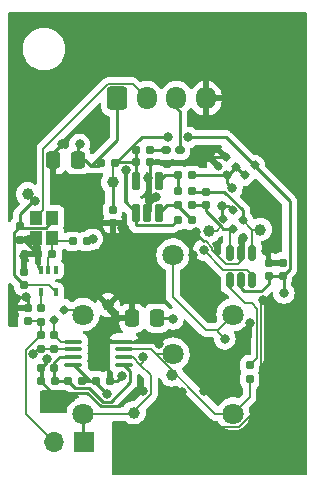
<source format=gbr>
%TF.GenerationSoftware,KiCad,Pcbnew,8.0.0*%
%TF.CreationDate,2024-03-24T11:45:01-04:00*%
%TF.ProjectId,sensor,73656e73-6f72-42e6-9b69-6361645f7063,rev?*%
%TF.SameCoordinates,Original*%
%TF.FileFunction,Copper,L1,Top*%
%TF.FilePolarity,Positive*%
%FSLAX46Y46*%
G04 Gerber Fmt 4.6, Leading zero omitted, Abs format (unit mm)*
G04 Created by KiCad (PCBNEW 8.0.0) date 2024-03-24 11:45:01*
%MOMM*%
%LPD*%
G01*
G04 APERTURE LIST*
G04 Aperture macros list*
%AMRoundRect*
0 Rectangle with rounded corners*
0 $1 Rounding radius*
0 $2 $3 $4 $5 $6 $7 $8 $9 X,Y pos of 4 corners*
0 Add a 4 corners polygon primitive as box body*
4,1,4,$2,$3,$4,$5,$6,$7,$8,$9,$2,$3,0*
0 Add four circle primitives for the rounded corners*
1,1,$1+$1,$2,$3*
1,1,$1+$1,$4,$5*
1,1,$1+$1,$6,$7*
1,1,$1+$1,$8,$9*
0 Add four rect primitives between the rounded corners*
20,1,$1+$1,$2,$3,$4,$5,0*
20,1,$1+$1,$4,$5,$6,$7,0*
20,1,$1+$1,$6,$7,$8,$9,0*
20,1,$1+$1,$8,$9,$2,$3,0*%
G04 Aperture macros list end*
%TA.AperFunction,SMDPad,CuDef*%
%ADD10C,1.000000*%
%TD*%
%TA.AperFunction,SMDPad,CuDef*%
%ADD11RoundRect,0.160000X0.197500X0.160000X-0.197500X0.160000X-0.197500X-0.160000X0.197500X-0.160000X0*%
%TD*%
%TA.AperFunction,SMDPad,CuDef*%
%ADD12RoundRect,0.160000X0.252791X-0.026517X-0.026517X0.252791X-0.252791X0.026517X0.026517X-0.252791X0*%
%TD*%
%TA.AperFunction,ComponentPad*%
%ADD13RoundRect,0.250000X-0.600000X-0.725000X0.600000X-0.725000X0.600000X0.725000X-0.600000X0.725000X0*%
%TD*%
%TA.AperFunction,ComponentPad*%
%ADD14O,1.700000X1.950000*%
%TD*%
%TA.AperFunction,SMDPad,CuDef*%
%ADD15RoundRect,0.155000X0.155000X-0.212500X0.155000X0.212500X-0.155000X0.212500X-0.155000X-0.212500X0*%
%TD*%
%TA.AperFunction,SMDPad,CuDef*%
%ADD16R,1.000000X1.150000*%
%TD*%
%TA.AperFunction,SMDPad,CuDef*%
%ADD17RoundRect,0.160000X-0.197500X-0.160000X0.197500X-0.160000X0.197500X0.160000X-0.197500X0.160000X0*%
%TD*%
%TA.AperFunction,SMDPad,CuDef*%
%ADD18RoundRect,0.160000X0.026517X0.252791X-0.252791X-0.026517X-0.026517X-0.252791X0.252791X0.026517X0*%
%TD*%
%TA.AperFunction,SMDPad,CuDef*%
%ADD19RoundRect,0.155000X-0.212500X-0.155000X0.212500X-0.155000X0.212500X0.155000X-0.212500X0.155000X0*%
%TD*%
%TA.AperFunction,SMDPad,CuDef*%
%ADD20RoundRect,0.160000X0.160000X-0.197500X0.160000X0.197500X-0.160000X0.197500X-0.160000X-0.197500X0*%
%TD*%
%TA.AperFunction,SMDPad,CuDef*%
%ADD21RoundRect,0.160000X-0.160000X0.197500X-0.160000X-0.197500X0.160000X-0.197500X0.160000X0.197500X0*%
%TD*%
%TA.AperFunction,ComponentPad*%
%ADD22R,1.700000X1.700000*%
%TD*%
%TA.AperFunction,ComponentPad*%
%ADD23O,1.700000X1.700000*%
%TD*%
%TA.AperFunction,SMDPad,CuDef*%
%ADD24RoundRect,0.155000X-0.155000X0.212500X-0.155000X-0.212500X0.155000X-0.212500X0.155000X0.212500X0*%
%TD*%
%TA.AperFunction,SMDPad,CuDef*%
%ADD25RoundRect,0.150000X-0.150000X0.512500X-0.150000X-0.512500X0.150000X-0.512500X0.150000X0.512500X0*%
%TD*%
%TA.AperFunction,SMDPad,CuDef*%
%ADD26RoundRect,0.160000X0.222500X0.160000X-0.222500X0.160000X-0.222500X-0.160000X0.222500X-0.160000X0*%
%TD*%
%TA.AperFunction,SMDPad,CuDef*%
%ADD27RoundRect,0.155000X0.259862X-0.040659X-0.040659X0.259862X-0.259862X0.040659X0.040659X-0.259862X0*%
%TD*%
%TA.AperFunction,SMDPad,CuDef*%
%ADD28RoundRect,0.100000X-0.625000X-0.100000X0.625000X-0.100000X0.625000X0.100000X-0.625000X0.100000X0*%
%TD*%
%TA.AperFunction,HeatsinkPad*%
%ADD29R,1.680000X1.880000*%
%TD*%
%TA.AperFunction,SMDPad,CuDef*%
%ADD30RoundRect,0.162500X0.162500X-0.617500X0.162500X0.617500X-0.162500X0.617500X-0.162500X-0.617500X0*%
%TD*%
%TA.AperFunction,SMDPad,CuDef*%
%ADD31RoundRect,0.250000X0.337500X0.475000X-0.337500X0.475000X-0.337500X-0.475000X0.337500X-0.475000X0*%
%TD*%
%TA.AperFunction,SMDPad,CuDef*%
%ADD32RoundRect,0.155000X0.212500X0.155000X-0.212500X0.155000X-0.212500X-0.155000X0.212500X-0.155000X0*%
%TD*%
%TA.AperFunction,SMDPad,CuDef*%
%ADD33RoundRect,0.100000X-0.100000X0.225000X-0.100000X-0.225000X0.100000X-0.225000X0.100000X0.225000X0*%
%TD*%
%TA.AperFunction,SMDPad,CuDef*%
%ADD34RoundRect,0.160000X-0.252791X0.026517X0.026517X-0.252791X0.252791X-0.026517X-0.026517X0.252791X0*%
%TD*%
%TA.AperFunction,ComponentPad*%
%ADD35C,1.800000*%
%TD*%
%TA.AperFunction,ViaPad*%
%ADD36C,0.800000*%
%TD*%
%TA.AperFunction,Conductor*%
%ADD37C,0.250000*%
%TD*%
%TA.AperFunction,Conductor*%
%ADD38C,0.200000*%
%TD*%
%TA.AperFunction,Conductor*%
%ADD39C,0.300000*%
%TD*%
%TA.AperFunction,Conductor*%
%ADD40C,0.160000*%
%TD*%
G04 APERTURE END LIST*
D10*
%TO.P,TP8,1,1*%
%TO.N,/+VDDA*%
X87300000Y-64800000D03*
%TD*%
D11*
%TO.P,R7,1*%
%TO.N,Net-(C5-Pad1)*%
X93997500Y-66700000D03*
%TO.P,R7,2*%
%TO.N,Net-(U4-+)*%
X92802500Y-66700000D03*
%TD*%
D12*
%TO.P,R16,1*%
%TO.N,/ref2*%
X97722496Y-63522496D03*
%TO.P,R16,2*%
%TO.N,GND*%
X96877504Y-62677504D03*
%TD*%
D10*
%TO.P,TP3,1,1*%
%TO.N,Net-(C5-Pad2)*%
X99800000Y-68800000D03*
%TD*%
D13*
%TO.P,J1,1,Pin_1*%
%TO.N,/+VIN*%
X87700000Y-57700000D03*
D14*
%TO.P,J1,2,Pin_2*%
%TO.N,/enable*%
X90200000Y-57700000D03*
%TO.P,J1,3,Pin_3*%
%TO.N,/sense*%
X92700000Y-57700000D03*
%TO.P,J1,4,Pin_4*%
%TO.N,GND*%
X95200000Y-57700000D03*
%TD*%
D15*
%TO.P,C5,1*%
%TO.N,Net-(C5-Pad1)*%
X95202500Y-66735000D03*
%TO.P,C5,2*%
%TO.N,Net-(C5-Pad2)*%
X95202500Y-65600000D03*
%TD*%
%TO.P,C6,1*%
%TO.N,/+VDD*%
X79800000Y-73535000D03*
%TO.P,C6,2*%
%TO.N,GND*%
X79800000Y-72400000D03*
%TD*%
D10*
%TO.P,TP1,1,1*%
%TO.N,Net-(R4-Pad1)*%
X92300000Y-81100000D03*
%TD*%
D16*
%TO.P,X1,1,Tri-State*%
%TO.N,/enable*%
X80800000Y-67800000D03*
%TO.P,X1,2,GND*%
%TO.N,GND*%
X80800000Y-69550000D03*
%TO.P,X1,3,OUT*%
%TO.N,/clk*%
X82200000Y-69550000D03*
%TO.P,X1,4,VDD*%
%TO.N,/+VDD*%
X82200000Y-67800000D03*
%TD*%
D17*
%TO.P,R17,1*%
%TO.N,/+VDDA*%
X89305000Y-62100000D03*
%TO.P,R17,2*%
%TO.N,Net-(D1-A)*%
X90500000Y-62100000D03*
%TD*%
%TO.P,R18,1*%
%TO.N,/clk*%
X83905000Y-69800000D03*
%TO.P,R18,2*%
%TO.N,Net-(R18-Pad2)*%
X85100000Y-69800000D03*
%TD*%
D18*
%TO.P,R15,1*%
%TO.N,/+VDDA*%
X99322496Y-63377504D03*
%TO.P,R15,2*%
%TO.N,/ref2*%
X98477504Y-64222496D03*
%TD*%
D11*
%TO.P,R11,1*%
%TO.N,/+VDDA*%
X84697500Y-81600000D03*
%TO.P,R11,2*%
%TO.N,/ref*%
X83502500Y-81600000D03*
%TD*%
D19*
%TO.P,C1,1*%
%TO.N,/+VDDA*%
X85932500Y-81600000D03*
%TO.P,C1,2*%
%TO.N,GND*%
X87067500Y-81600000D03*
%TD*%
D20*
%TO.P,R2,1*%
%TO.N,Net-(U1A--)*%
X82300000Y-78897500D03*
%TO.P,R2,2*%
%TO.N,Net-(R2-Pad2)*%
X82300000Y-77702500D03*
%TD*%
D21*
%TO.P,R1,1*%
%TO.N,Net-(U3-Y)*%
X81200000Y-75402500D03*
%TO.P,R1,2*%
%TO.N,Net-(J2-Pin_2)*%
X81200000Y-76597500D03*
%TD*%
D22*
%TO.P,J2,1,Pin_1*%
%TO.N,Net-(J2-Pin_1)*%
X84900000Y-86800000D03*
D23*
%TO.P,J2,2,Pin_2*%
%TO.N,Net-(J2-Pin_2)*%
X82360000Y-86800000D03*
%TD*%
D24*
%TO.P,C2,1*%
%TO.N,/+VDD*%
X79500000Y-68532500D03*
%TO.P,C2,2*%
%TO.N,GND*%
X79500000Y-69667500D03*
%TD*%
D25*
%TO.P,U2,1*%
%TO.N,Net-(C5-Pad2)*%
X99137500Y-70825000D03*
%TO.P,U2,2,GND*%
%TO.N,GND*%
X98187500Y-70825000D03*
%TO.P,U2,3*%
%TO.N,Net-(C5-Pad1)*%
X97237500Y-70825000D03*
%TO.P,U2,4*%
%TO.N,Net-(R4-Pad2)*%
X97237500Y-73100000D03*
%TO.P,U2,5,V+*%
%TO.N,/+VDDA*%
X98187500Y-73100000D03*
%TO.P,U2,6*%
%TO.N,Net-(R18-Pad2)*%
X99137500Y-73100000D03*
%TD*%
D10*
%TO.P,TP4,1,1*%
%TO.N,Net-(J2-Pin_1)*%
X89100000Y-84300000D03*
%TD*%
D20*
%TO.P,R4,1*%
%TO.N,Net-(R4-Pad1)*%
X98900000Y-81497500D03*
%TO.P,R4,2*%
%TO.N,Net-(R4-Pad2)*%
X98900000Y-80302500D03*
%TD*%
D26*
%TO.P,D1,1,K*%
%TO.N,/sense*%
X92972500Y-62100000D03*
%TO.P,D1,2,A*%
%TO.N,Net-(D1-A)*%
X91827500Y-62100000D03*
%TD*%
D10*
%TO.P,TP7,1,1*%
%TO.N,/+VDD*%
X80100000Y-65800000D03*
%TD*%
%TO.P,TP2,1,1*%
%TO.N,Net-(C5-Pad1)*%
X95500000Y-68900000D03*
%TD*%
D24*
%TO.P,C4,1*%
%TO.N,Net-(J2-Pin_2)*%
X81200000Y-77765000D03*
%TO.P,C4,2*%
%TO.N,Net-(U1A--)*%
X81200000Y-78900000D03*
%TD*%
D19*
%TO.P,C15,1*%
%TO.N,/+VDDA*%
X89302500Y-63100000D03*
%TO.P,C15,2*%
%TO.N,GND*%
X90437500Y-63100000D03*
%TD*%
D12*
%TO.P,R5,1*%
%TO.N,Net-(C5-Pad1)*%
X97524996Y-68722496D03*
%TO.P,R5,2*%
%TO.N,/ref2*%
X96680004Y-67877504D03*
%TD*%
D27*
%TO.P,C16,1*%
%TO.N,/ref2*%
X97000000Y-64200000D03*
%TO.P,C16,2*%
%TO.N,GND*%
X96197434Y-63397434D03*
%TD*%
D15*
%TO.P,C13,1*%
%TO.N,/+VDDA*%
X101700000Y-72735000D03*
%TO.P,C13,2*%
%TO.N,GND*%
X101700000Y-71600000D03*
%TD*%
%TO.P,C7,1*%
%TO.N,/+VDDA*%
X100500000Y-72735000D03*
%TO.P,C7,2*%
%TO.N,GND*%
X100500000Y-71600000D03*
%TD*%
D18*
%TO.P,R3,1*%
%TO.N,Net-(R3-Pad1)*%
X83222496Y-75577504D03*
%TO.P,R3,2*%
%TO.N,Net-(R2-Pad2)*%
X82377504Y-76422496D03*
%TD*%
D15*
%TO.P,C3,1*%
%TO.N,Net-(J2-Pin_2)*%
X80100000Y-76567500D03*
%TO.P,C3,2*%
%TO.N,GND*%
X80100000Y-75432500D03*
%TD*%
D10*
%TO.P,TP6,1,1*%
%TO.N,GND*%
X86900000Y-75200000D03*
%TD*%
D11*
%TO.P,R10,1*%
%TO.N,Net-(U4-+)*%
X94002500Y-68000000D03*
%TO.P,R10,2*%
%TO.N,/sense*%
X92807500Y-68000000D03*
%TD*%
D17*
%TO.P,R8,1*%
%TO.N,Net-(U4--)*%
X92805000Y-65500000D03*
%TO.P,R8,2*%
%TO.N,Net-(C5-Pad2)*%
X94000000Y-65500000D03*
%TD*%
D24*
%TO.P,C14,1*%
%TO.N,/+VDDA*%
X87300000Y-67132500D03*
%TO.P,C14,2*%
%TO.N,GND*%
X87300000Y-68267500D03*
%TD*%
D28*
%TO.P,U1,1*%
%TO.N,Net-(R2-Pad2)*%
X83970000Y-78295000D03*
%TO.P,U1,2,-*%
%TO.N,Net-(U1A--)*%
X83970000Y-78945000D03*
%TO.P,U1,3,+*%
%TO.N,/ref*%
X83970000Y-79595000D03*
%TO.P,U1,4,V-*%
%TO.N,/+VDDA*%
X83970000Y-80245000D03*
%TO.P,U1,5,+*%
%TO.N,/ref*%
X88270000Y-80245000D03*
%TO.P,U1,6,-*%
%TO.N,Net-(J2-Pin_1)*%
X88270000Y-79595000D03*
%TO.P,U1,7*%
%TO.N,Net-(R4-Pad1)*%
X88270000Y-78945000D03*
%TO.P,U1,8,V+*%
%TO.N,GND*%
X88270000Y-78295000D03*
D29*
%TO.P,U1,9*%
X86120000Y-79270000D03*
%TD*%
D30*
%TO.P,U4,1*%
%TO.N,/sense*%
X89302500Y-67400000D03*
%TO.P,U4,2,V-*%
%TO.N,GND*%
X90252500Y-67400000D03*
%TO.P,U4,3,+*%
%TO.N,Net-(U4-+)*%
X91202500Y-67400000D03*
%TO.P,U4,4,-*%
%TO.N,Net-(U4--)*%
X91202500Y-64700000D03*
%TO.P,U4,5,V+*%
%TO.N,/+VDDA*%
X89302500Y-64700000D03*
%TD*%
D17*
%TO.P,R13,1*%
%TO.N,/+VIN*%
X86305000Y-63200000D03*
%TO.P,R13,2*%
%TO.N,/+VDDA*%
X87500000Y-63200000D03*
%TD*%
D31*
%TO.P,C11,1*%
%TO.N,/+VIN*%
X84337500Y-62900000D03*
%TO.P,C11,2*%
%TO.N,GND*%
X82262500Y-62900000D03*
%TD*%
D11*
%TO.P,R12,1*%
%TO.N,/ref*%
X82397500Y-81600000D03*
%TO.P,R12,2*%
%TO.N,GND*%
X81202500Y-81600000D03*
%TD*%
D32*
%TO.P,C10,1*%
%TO.N,/ref*%
X82367500Y-80500000D03*
%TO.P,C10,2*%
%TO.N,GND*%
X81232500Y-80500000D03*
%TD*%
D33*
%TO.P,U3,1,NC*%
%TO.N,unconnected-(U3-NC-Pad1)*%
X82500000Y-72200000D03*
%TO.P,U3,2,A*%
%TO.N,/clk*%
X81850000Y-72200000D03*
%TO.P,U3,3,GND*%
%TO.N,GND*%
X81200000Y-72200000D03*
%TO.P,U3,4,Y*%
%TO.N,Net-(U3-Y)*%
X81200000Y-74100000D03*
%TO.P,U3,5,VCC*%
%TO.N,/+VDD*%
X82500000Y-74100000D03*
%TD*%
D34*
%TO.P,R6,1*%
%TO.N,/ref2*%
X97480004Y-67177504D03*
%TO.P,R6,2*%
%TO.N,Net-(C5-Pad2)*%
X98324996Y-68022496D03*
%TD*%
D11*
%TO.P,R14,1*%
%TO.N,/clk*%
X82195000Y-70900000D03*
%TO.P,R14,2*%
%TO.N,GND*%
X81000000Y-70900000D03*
%TD*%
D17*
%TO.P,R9,1*%
%TO.N,Net-(U4--)*%
X92807500Y-64200000D03*
%TO.P,R9,2*%
%TO.N,/ref2*%
X94002500Y-64200000D03*
%TD*%
D31*
%TO.P,C12,1*%
%TO.N,/+VDDA*%
X91037500Y-76300000D03*
%TO.P,C12,2*%
%TO.N,GND*%
X88962500Y-76300000D03*
%TD*%
D35*
%TO.P,RV1,1,1*%
%TO.N,Net-(J2-Pin_1)*%
X84800000Y-84400000D03*
%TO.P,RV1,2,2*%
%TO.N,Net-(R4-Pad1)*%
X92420000Y-79340000D03*
%TO.P,RV1,3,3*%
X97500000Y-84400000D03*
%TD*%
%TO.P,RV2,1,1*%
%TO.N,Net-(R3-Pad1)*%
X84800000Y-76000000D03*
%TO.P,RV2,2,2*%
%TO.N,Net-(J2-Pin_1)*%
X92420000Y-70940000D03*
%TO.P,RV2,3,3*%
X97500000Y-76000000D03*
%TD*%
D36*
%TO.N,/+VDDA*%
X92400000Y-76400000D03*
X93700000Y-61000000D03*
X101800000Y-74200000D03*
X92030245Y-60930245D03*
X86800000Y-82700000D03*
%TO.N,GND*%
X79800000Y-71000000D03*
X98500000Y-78300000D03*
X90325098Y-64400000D03*
X98930372Y-76722600D03*
X86200000Y-80200000D03*
X91002500Y-66067598D03*
X89425000Y-70275000D03*
X81735078Y-79774801D03*
X90675000Y-70275000D03*
X95500000Y-62500000D03*
X91200000Y-78500000D03*
X87600000Y-76400000D03*
X80000000Y-74500000D03*
X86575000Y-70325000D03*
X83800000Y-83100000D03*
X98300000Y-69500000D03*
X94072548Y-70927452D03*
X100000000Y-74800000D03*
X93142097Y-82557903D03*
X100300000Y-70600000D03*
X95000000Y-82500000D03*
X87975000Y-70300000D03*
X88100000Y-68700000D03*
X89900000Y-82500000D03*
X94342493Y-68971115D03*
X83000000Y-61600000D03*
X88100000Y-81200000D03*
%TO.N,/+VDD*%
X80700000Y-66400000D03*
%TO.N,Net-(U1A--)*%
X80600000Y-79300000D03*
%TO.N,/+VIN*%
X84500000Y-61600000D03*
%TO.N,/sense*%
X88400000Y-63777400D03*
%TO.N,Net-(J2-Pin_1)*%
X96800000Y-78077400D03*
X89900000Y-79600000D03*
%TO.N,/ref2*%
X96602500Y-66800000D03*
X97402671Y-65297329D03*
%TO.N,Net-(R18-Pad2)*%
X95000000Y-70522600D03*
X85600000Y-69622600D03*
%TD*%
D37*
%TO.N,/+VDDA*%
X89302500Y-64700000D02*
X89302500Y-63100000D01*
X100500000Y-73400000D02*
X100500000Y-72735000D01*
X101800000Y-72835000D02*
X101700000Y-72735000D01*
X85200000Y-81600000D02*
X84697500Y-81600000D01*
X99860100Y-74039900D02*
X100500000Y-73400000D01*
X87300000Y-64800000D02*
X87300000Y-66900000D01*
X87600000Y-63100000D02*
X87500000Y-63200000D01*
X92300000Y-76300000D02*
X92400000Y-76400000D01*
X102287400Y-72147600D02*
X101700000Y-72735000D01*
X89302500Y-62102500D02*
X89305000Y-62100000D01*
X93700000Y-61000000D02*
X96869080Y-61000000D01*
X83970000Y-80245000D02*
X84045000Y-80245000D01*
X85400000Y-81600000D02*
X85932500Y-81600000D01*
X85932500Y-81832500D02*
X86800000Y-82700000D01*
X89302500Y-63100000D02*
X89302500Y-62102500D01*
X85300000Y-81500000D02*
X85400000Y-81600000D01*
X85300000Y-81500000D02*
X85200000Y-81600000D01*
X101800000Y-74200000D02*
X101800000Y-72835000D01*
X89302500Y-63100000D02*
X87600000Y-63100000D01*
X96869080Y-61000000D02*
X102287400Y-66418320D01*
X84045000Y-80245000D02*
X85300000Y-81500000D01*
X100500000Y-72735000D02*
X101700000Y-72735000D01*
X102287400Y-66418320D02*
X102287400Y-72147600D01*
X98464901Y-74039900D02*
X99860100Y-74039900D01*
D38*
X87300000Y-63400000D02*
X87500000Y-63200000D01*
D37*
X98187500Y-73100000D02*
X98187500Y-73762499D01*
X89769755Y-60930245D02*
X92030245Y-60930245D01*
D38*
X87300000Y-64800000D02*
X87300000Y-63400000D01*
D37*
X91037500Y-76300000D02*
X92300000Y-76300000D01*
X98187500Y-73762499D02*
X98464901Y-74039900D01*
X85932500Y-81600000D02*
X85932500Y-81832500D01*
X87500000Y-63200000D02*
X89769755Y-60930245D01*
%TO.N,GND*%
X96197434Y-63197434D02*
X95500000Y-62500000D01*
X90252500Y-67400000D02*
X90252500Y-66817598D01*
X79767500Y-69667500D02*
X81000000Y-70900000D01*
D38*
X86900000Y-75700000D02*
X87600000Y-76400000D01*
D37*
X81232500Y-81570000D02*
X81202500Y-81600000D01*
D39*
X86120000Y-80120000D02*
X86200000Y-80200000D01*
D37*
X81232500Y-80500000D02*
X81232500Y-81570000D01*
X100500000Y-71600000D02*
X100500000Y-70800000D01*
X82262500Y-62900000D02*
X82262500Y-62337500D01*
D40*
X97955099Y-71719900D02*
X96924948Y-71719900D01*
D37*
X87067500Y-81600000D02*
X87700000Y-81600000D01*
X100500000Y-70800000D02*
X100300000Y-70600000D01*
X87700000Y-76300000D02*
X87600000Y-76400000D01*
D40*
X95700000Y-70494952D02*
X95700000Y-70328251D01*
D37*
X87700000Y-81600000D02*
X88100000Y-81200000D01*
X79500000Y-69667500D02*
X80682500Y-69667500D01*
X87300000Y-68267500D02*
X87667500Y-68267500D01*
D40*
X95700000Y-70328251D02*
X95171749Y-69800000D01*
X96924948Y-71719900D02*
X95700000Y-70494952D01*
D37*
X101700000Y-71600000D02*
X100500000Y-71600000D01*
X81000000Y-70900000D02*
X81000000Y-72000000D01*
D40*
X99875172Y-83626284D02*
X97969056Y-85532400D01*
D37*
X98300000Y-70712500D02*
X98187500Y-70825000D01*
X87820200Y-83779800D02*
X89100000Y-82500000D01*
D40*
X98187500Y-71487499D02*
X97955099Y-71719900D01*
D37*
X90995000Y-78295000D02*
X88270000Y-78295000D01*
X90437500Y-63100000D02*
X90437500Y-67215000D01*
X85130720Y-82599800D02*
X86310720Y-83779800D01*
X80100000Y-74600000D02*
X80000000Y-74500000D01*
X88962500Y-76300000D02*
X87700000Y-76300000D01*
X84300200Y-82599800D02*
X83800000Y-83100000D01*
X96877504Y-62677504D02*
X95677504Y-62677504D01*
D39*
X88270000Y-78295000D02*
X87095000Y-78295000D01*
D37*
X80682500Y-69667500D02*
X80800000Y-69550000D01*
X80100000Y-75432500D02*
X80100000Y-74600000D01*
X82262500Y-62337500D02*
X83000000Y-61600000D01*
D40*
X95171749Y-69800000D02*
X95000000Y-69800000D01*
D37*
X82202300Y-82599800D02*
X84400000Y-82599800D01*
X79500000Y-69667500D02*
X79767500Y-69667500D01*
X98930372Y-76722600D02*
X98930372Y-77869628D01*
D40*
X96116594Y-85532400D02*
X93142097Y-82557903D01*
D37*
X94342493Y-68971115D02*
X94342493Y-69142493D01*
X79800000Y-71000000D02*
X79800000Y-72400000D01*
D39*
X86120000Y-79270000D02*
X86120000Y-80120000D01*
D37*
X91200000Y-78500000D02*
X90995000Y-78295000D01*
X95677504Y-62677504D02*
X95500000Y-62500000D01*
X90437500Y-63100000D02*
X90437500Y-64287598D01*
X86310720Y-83779800D02*
X87820200Y-83779800D01*
X96197434Y-63397434D02*
X96197434Y-63197434D01*
X94342493Y-69142493D02*
X95000000Y-69800000D01*
X81735078Y-79774801D02*
X81735078Y-79997422D01*
D38*
X86900000Y-75200000D02*
X86900000Y-75700000D01*
D37*
X90437500Y-67215000D02*
X90252500Y-67400000D01*
D40*
X100000000Y-74800000D02*
X99875172Y-74924828D01*
D37*
X87667500Y-68267500D02*
X88100000Y-68700000D01*
X98300000Y-69500000D02*
X98300000Y-70712500D01*
X90252500Y-66817598D02*
X91002500Y-66067598D01*
X89100000Y-82500000D02*
X89900000Y-82500000D01*
X81000000Y-72000000D02*
X81200000Y-72200000D01*
X81202500Y-81600000D02*
X82202300Y-82599800D01*
D39*
X87095000Y-78295000D02*
X86120000Y-79270000D01*
D40*
X97969056Y-85532400D02*
X96116594Y-85532400D01*
X98187500Y-70825000D02*
X98187500Y-71487499D01*
D37*
X81735078Y-79997422D02*
X81232500Y-80500000D01*
X98930372Y-77869628D02*
X98500000Y-78300000D01*
X84400000Y-82599800D02*
X84300200Y-82599800D01*
X90437500Y-64287598D02*
X90325098Y-64400000D01*
X84400000Y-82599800D02*
X85130720Y-82599800D01*
D40*
X99875172Y-74924828D02*
X99875172Y-83626284D01*
D37*
X81100000Y-70800000D02*
X81000000Y-70900000D01*
%TO.N,/+VDD*%
X79619900Y-68652400D02*
X81647600Y-68652400D01*
X79500000Y-67470200D02*
X79500000Y-68532500D01*
X78912600Y-69119900D02*
X78912600Y-72647600D01*
D38*
X80500000Y-66400000D02*
X80100000Y-66000000D01*
D40*
X79800000Y-73535000D02*
X81935000Y-73535000D01*
D37*
X79500000Y-68532500D02*
X79619900Y-68652400D01*
D40*
X81935000Y-73535000D02*
X82500000Y-74100000D01*
D37*
X82200000Y-68100000D02*
X82200000Y-67800000D01*
X80570200Y-66400000D02*
X79500000Y-67470200D01*
X78912600Y-72647600D02*
X79800000Y-73535000D01*
X79500000Y-68532500D02*
X78912600Y-69119900D01*
X80700000Y-66400000D02*
X80570200Y-66400000D01*
X81647600Y-68652400D02*
X82200000Y-68100000D01*
D38*
X80700000Y-66400000D02*
X80500000Y-66400000D01*
D40*
%TO.N,Net-(J2-Pin_2)*%
X79967600Y-84407600D02*
X79967600Y-78997400D01*
X81170000Y-76567500D02*
X81200000Y-76597500D01*
X81200000Y-76597500D02*
X81200000Y-77765000D01*
X82360000Y-86800000D02*
X79967600Y-84407600D01*
X79967600Y-78997400D02*
X81200000Y-77765000D01*
X80100000Y-76567500D02*
X81170000Y-76567500D01*
%TO.N,Net-(U1A--)*%
X82347500Y-78945000D02*
X82300000Y-78897500D01*
X81200000Y-78900000D02*
X82297500Y-78900000D01*
X83970000Y-78945000D02*
X82347500Y-78945000D01*
D38*
X81200000Y-78900000D02*
X81000000Y-78900000D01*
D40*
X82297500Y-78900000D02*
X82300000Y-78897500D01*
D38*
X81000000Y-78900000D02*
X80600000Y-79300000D01*
D37*
%TO.N,Net-(C5-Pad1)*%
X96478824Y-68521176D02*
X95202500Y-67244852D01*
D40*
X97237500Y-69009992D02*
X97524996Y-68722496D01*
D38*
X95500000Y-68900000D02*
X96100000Y-68900000D01*
D37*
X97524996Y-68722496D02*
X96680144Y-68722496D01*
X96680144Y-68722496D02*
X96478824Y-68521176D01*
X95202500Y-66735000D02*
X94032500Y-66735000D01*
X94032500Y-66735000D02*
X93997500Y-66700000D01*
D40*
X97237500Y-70825000D02*
X97237500Y-69009992D01*
D37*
X95202500Y-67244852D02*
X95202500Y-66735000D01*
D38*
X96100000Y-68900000D02*
X96478824Y-68521176D01*
%TO.N,Net-(C5-Pad2)*%
X99800000Y-68800000D02*
X99172500Y-68800000D01*
D40*
X99137500Y-68835000D02*
X98324996Y-68022496D01*
D37*
X94100000Y-65600000D02*
X94000000Y-65500000D01*
X96747352Y-65600000D02*
X95202500Y-65600000D01*
X95202500Y-65600000D02*
X94100000Y-65600000D01*
X98324996Y-67177644D02*
X96747352Y-65600000D01*
D38*
X99172500Y-68800000D02*
X99137500Y-68835000D01*
D40*
X99137500Y-70825000D02*
X99137500Y-68835000D01*
D37*
X98324996Y-68022496D02*
X98324996Y-67177644D01*
%TO.N,/+VIN*%
X84337500Y-62900000D02*
X85002500Y-62900000D01*
X85502500Y-63400000D02*
X86105000Y-63400000D01*
X85002500Y-62900000D02*
X85502500Y-63400000D01*
X86105000Y-63400000D02*
X86305000Y-63200000D01*
X84337500Y-62900000D02*
X84337500Y-61762500D01*
X84337500Y-61762500D02*
X84500000Y-61600000D01*
X87700000Y-58500000D02*
X87700000Y-61202500D01*
X87700000Y-61202500D02*
X85502500Y-63400000D01*
%TO.N,/ref*%
X82367500Y-80500000D02*
X82367500Y-81570000D01*
X82367500Y-80500000D02*
X82367500Y-80032500D01*
X82805000Y-79595000D02*
X83970000Y-79595000D01*
X82367500Y-80032500D02*
X82805000Y-79595000D01*
X86477400Y-83377400D02*
X87122600Y-83377400D01*
X87122600Y-83377400D02*
X88777400Y-81722600D01*
X83502500Y-81600000D02*
X84099900Y-82197400D01*
X88777400Y-80752400D02*
X88270000Y-80245000D01*
X85297400Y-82197400D02*
X86477400Y-83377400D01*
X88777400Y-81722600D02*
X88777400Y-80752400D01*
X83502500Y-81600000D02*
X82397500Y-81600000D01*
X84099900Y-82197400D02*
X85297400Y-82197400D01*
X82367500Y-81570000D02*
X82397500Y-81600000D01*
D40*
%TO.N,/enable*%
X86893256Y-56492600D02*
X88992600Y-56492600D01*
X81442600Y-67157400D02*
X81442600Y-61943256D01*
X88992600Y-56492600D02*
X90200000Y-57700000D01*
X80800000Y-67800000D02*
X81442600Y-67157400D01*
X81442600Y-61943256D02*
X86893256Y-56492600D01*
D37*
%TO.N,/sense*%
X92972500Y-58772500D02*
X92700000Y-58500000D01*
X89302500Y-68430000D02*
X89302500Y-67400000D01*
X92807500Y-68000000D02*
X92350100Y-68457400D01*
X89329900Y-68457400D02*
X89302500Y-68430000D01*
D39*
X88400000Y-66497500D02*
X88400000Y-63777400D01*
D37*
X92350100Y-68457400D02*
X89329900Y-68457400D01*
D39*
X88401250Y-66498750D02*
X88400000Y-66497500D01*
D37*
X92972500Y-62100000D02*
X92972500Y-58772500D01*
X89302500Y-67400000D02*
X88401250Y-66498750D01*
D40*
%TO.N,Net-(J2-Pin_1)*%
X92420000Y-70940000D02*
X92420000Y-74522500D01*
X92420000Y-74522500D02*
X95197500Y-77300000D01*
X96200000Y-77300000D02*
X95197500Y-77300000D01*
D37*
X84800000Y-84400000D02*
X84800000Y-86700000D01*
D40*
X96800000Y-78077400D02*
X96200000Y-77477400D01*
X90532400Y-82761949D02*
X90532400Y-81132401D01*
X89900000Y-80000000D02*
X89900000Y-79600000D01*
X84800000Y-84400000D02*
X88894349Y-84400000D01*
X96200000Y-77477400D02*
X96200000Y-77300000D01*
X89650000Y-80250000D02*
X89900000Y-80000000D01*
X88894349Y-84400000D02*
X90532400Y-82761949D01*
X89650000Y-80250000D02*
X88994999Y-79595000D01*
X88994999Y-79595000D02*
X88270000Y-79595000D01*
X97500000Y-76000000D02*
X96200000Y-77300000D01*
D37*
X84800000Y-86700000D02*
X84900000Y-86800000D01*
D40*
X90532400Y-81132401D02*
X89650000Y-80250000D01*
%TO.N,Net-(U3-Y)*%
X81200000Y-74100000D02*
X81200000Y-75402500D01*
%TO.N,Net-(R2-Pad2)*%
X82892500Y-78295000D02*
X82300000Y-77702500D01*
X83970000Y-78295000D02*
X82892500Y-78295000D01*
X82300000Y-77702500D02*
X82300000Y-76500000D01*
X82300000Y-76500000D02*
X82377504Y-76422496D01*
%TO.N,Net-(R3-Pad1)*%
X84377504Y-75577504D02*
X84800000Y-76000000D01*
X83222496Y-75577504D02*
X84377504Y-75577504D01*
%TO.N,Net-(R4-Pad1)*%
X96000000Y-84400000D02*
X97500000Y-84400000D01*
X90940000Y-79340000D02*
X90545000Y-78945000D01*
X92420000Y-79340000D02*
X90940000Y-79340000D01*
X98900000Y-81497500D02*
X98900000Y-83000000D01*
X90545000Y-78945000D02*
X96000000Y-84400000D01*
X98900000Y-83000000D02*
X97500000Y-84400000D01*
X88270000Y-78945000D02*
X90545000Y-78945000D01*
%TO.N,Net-(R4-Pad2)*%
X99562772Y-75491024D02*
X99071748Y-75000000D01*
X97237500Y-73762499D02*
X97237500Y-73100000D01*
X98900000Y-80302500D02*
X99562772Y-79639728D01*
X99071748Y-75000000D02*
X98475001Y-75000000D01*
X99562772Y-79639728D02*
X99562772Y-75491024D01*
X98475001Y-75000000D02*
X97237500Y-73762499D01*
D37*
%TO.N,Net-(U4-+)*%
X92802500Y-66700000D02*
X91902500Y-66700000D01*
X92802500Y-66700000D02*
X92802500Y-66800000D01*
X91902500Y-66700000D02*
X91202500Y-67400000D01*
X92802500Y-66800000D02*
X94002500Y-68000000D01*
%TO.N,Net-(U4--)*%
X92807500Y-64200000D02*
X91702500Y-64200000D01*
X92805000Y-64202500D02*
X92807500Y-64200000D01*
X92805000Y-65500000D02*
X92805000Y-64202500D01*
X91702500Y-64200000D02*
X91202500Y-64700000D01*
D40*
%TO.N,/clk*%
X82450000Y-69800000D02*
X82200000Y-69550000D01*
X82000000Y-69800000D02*
X81900000Y-69700000D01*
X82195000Y-70900000D02*
X82195000Y-69995000D01*
X83905000Y-69800000D02*
X82450000Y-69800000D01*
X81850000Y-71245000D02*
X81850000Y-72200000D01*
X82195000Y-70900000D02*
X81850000Y-71245000D01*
X82195000Y-69995000D02*
X81900000Y-69700000D01*
D37*
%TO.N,/ref2*%
X94002500Y-64200000D02*
X97000000Y-64200000D01*
X97102500Y-66800000D02*
X97480004Y-67177504D01*
X97000000Y-64200000D02*
X97000000Y-64894658D01*
X97000000Y-64200000D02*
X97044992Y-64200000D01*
X98422496Y-64222496D02*
X97722496Y-63522496D01*
X96602500Y-67800000D02*
X96680004Y-67877504D01*
X97000000Y-64894658D02*
X97402671Y-65297329D01*
X96602500Y-66800000D02*
X97102500Y-66800000D01*
X97044992Y-64200000D02*
X97722496Y-63522496D01*
X98477504Y-64222496D02*
X98422496Y-64222496D01*
X96602500Y-66800000D02*
X96602500Y-67800000D01*
%TO.N,Net-(D1-A)*%
X90500000Y-62100000D02*
X91827500Y-62100000D01*
%TO.N,Net-(R18-Pad2)*%
X85422600Y-69800000D02*
X85600000Y-69622600D01*
D40*
X98700000Y-72200000D02*
X99137500Y-72637500D01*
X95000000Y-70522600D02*
X96677400Y-72200000D01*
D37*
X85100000Y-69800000D02*
X85422600Y-69800000D01*
D40*
X96677400Y-72200000D02*
X98700000Y-72200000D01*
X99137500Y-72637500D02*
X99137500Y-73100000D01*
%TD*%
%TA.AperFunction,Conductor*%
%TO.N,GND*%
G36*
X103661539Y-50401185D02*
G01*
X103707294Y-50453989D01*
X103718500Y-50505500D01*
X103718500Y-89494500D01*
X103698815Y-89561539D01*
X103646011Y-89607294D01*
X103594500Y-89618500D01*
X87399000Y-89618500D01*
X87331961Y-89598815D01*
X87286206Y-89546011D01*
X87275000Y-89494500D01*
X87275000Y-85104500D01*
X87294685Y-85037461D01*
X87347489Y-84991706D01*
X87399000Y-84980500D01*
X88307727Y-84980500D01*
X88374766Y-85000185D01*
X88386392Y-85008647D01*
X88541460Y-85135909D01*
X88541467Y-85135913D01*
X88715266Y-85228811D01*
X88715269Y-85228811D01*
X88715273Y-85228814D01*
X88903868Y-85286024D01*
X89100000Y-85305341D01*
X89296132Y-85286024D01*
X89484727Y-85228814D01*
X89658538Y-85135910D01*
X89810883Y-85010883D01*
X89935910Y-84858538D01*
X90028814Y-84684727D01*
X90086024Y-84496132D01*
X90105341Y-84300000D01*
X90086024Y-84103868D01*
X90085427Y-84097806D01*
X90087387Y-84097612D01*
X90092808Y-84037059D01*
X90120512Y-83994786D01*
X90996915Y-83118385D01*
X90996916Y-83118384D01*
X91073340Y-82986014D01*
X91099534Y-82888256D01*
X91112900Y-82838374D01*
X91112900Y-82685524D01*
X91112900Y-81469212D01*
X91132585Y-81402173D01*
X91185389Y-81356418D01*
X91254547Y-81346474D01*
X91318103Y-81375499D01*
X91355561Y-81433217D01*
X91371187Y-81484731D01*
X91464086Y-81658532D01*
X91464090Y-81658539D01*
X91589116Y-81810883D01*
X91741460Y-81935909D01*
X91741467Y-81935913D01*
X91915266Y-82028811D01*
X91915269Y-82028811D01*
X91915273Y-82028814D01*
X92103868Y-82086024D01*
X92300000Y-82105341D01*
X92496132Y-82086024D01*
X92684727Y-82028814D01*
X92684732Y-82028810D01*
X92684739Y-82028809D01*
X92690359Y-82026482D01*
X92690909Y-82027811D01*
X92752251Y-82015030D01*
X92817498Y-82040021D01*
X92830000Y-82050951D01*
X95535484Y-84756435D01*
X95643565Y-84864516D01*
X95775935Y-84940940D01*
X95804299Y-84948540D01*
X95923575Y-84980500D01*
X95923576Y-84980500D01*
X96144309Y-84980500D01*
X96211348Y-85000185D01*
X96257103Y-85052989D01*
X96257865Y-85054690D01*
X96264075Y-85068848D01*
X96391016Y-85263147D01*
X96391019Y-85263151D01*
X96391021Y-85263153D01*
X96548216Y-85433913D01*
X96548219Y-85433915D01*
X96548222Y-85433918D01*
X96731365Y-85576464D01*
X96731371Y-85576468D01*
X96731374Y-85576470D01*
X96935497Y-85686936D01*
X97049487Y-85726068D01*
X97155015Y-85762297D01*
X97155017Y-85762297D01*
X97155019Y-85762298D01*
X97383951Y-85800500D01*
X97383952Y-85800500D01*
X97616048Y-85800500D01*
X97616049Y-85800500D01*
X97844981Y-85762298D01*
X98064503Y-85686936D01*
X98268626Y-85576470D01*
X98451784Y-85433913D01*
X98608979Y-85263153D01*
X98735924Y-85068849D01*
X98829157Y-84856300D01*
X98886134Y-84631305D01*
X98886135Y-84631297D01*
X98905300Y-84400006D01*
X98905300Y-84399993D01*
X98886135Y-84168702D01*
X98886131Y-84168683D01*
X98855224Y-84046636D01*
X98835964Y-83970580D01*
X98838588Y-83900763D01*
X98868486Y-83852463D01*
X99364515Y-83356436D01*
X99364516Y-83356435D01*
X99440940Y-83224065D01*
X99469257Y-83118384D01*
X99480500Y-83076425D01*
X99480500Y-82923575D01*
X99480500Y-82259950D01*
X99500185Y-82192911D01*
X99516819Y-82172269D01*
X99518753Y-82170335D01*
X99583753Y-82105335D01*
X99666733Y-81968069D01*
X99714452Y-81814933D01*
X99720500Y-81748381D01*
X99720499Y-81246620D01*
X99720499Y-81246619D01*
X99720499Y-81246611D01*
X99714453Y-81180073D01*
X99714452Y-81180070D01*
X99714452Y-81180067D01*
X99681878Y-81075534D01*
X99666734Y-81026933D01*
X99666732Y-81026929D01*
X99628779Y-80964149D01*
X99610944Y-80896595D01*
X99628780Y-80835850D01*
X99636034Y-80823851D01*
X99666733Y-80773069D01*
X99667066Y-80772002D01*
X99689186Y-80701014D01*
X99714452Y-80619933D01*
X99720500Y-80553381D01*
X99720499Y-80354312D01*
X99740183Y-80287273D01*
X99756809Y-80266640D01*
X100027287Y-79996164D01*
X100030303Y-79990940D01*
X100031869Y-79988230D01*
X100058548Y-79942019D01*
X100103712Y-79863793D01*
X100123952Y-79788256D01*
X100143272Y-79716153D01*
X100143272Y-79563303D01*
X100143272Y-75414600D01*
X100128551Y-75359661D01*
X100127662Y-75356343D01*
X100103712Y-75266960D01*
X100103711Y-75266957D01*
X100103710Y-75266956D01*
X100027288Y-75134589D01*
X99919207Y-75026508D01*
X99769780Y-74877081D01*
X99736295Y-74815758D01*
X99741279Y-74746066D01*
X99783151Y-74690133D01*
X99848615Y-74665716D01*
X99857461Y-74665400D01*
X99921708Y-74665400D01*
X99921708Y-74665399D01*
X100031486Y-74643564D01*
X100042552Y-74641363D01*
X100075892Y-74627552D01*
X100156386Y-74594212D01*
X100221732Y-74550548D01*
X100258833Y-74525758D01*
X100345958Y-74438633D01*
X100345959Y-74438631D01*
X100353025Y-74431565D01*
X100353028Y-74431561D01*
X100683341Y-74101247D01*
X100744662Y-74067764D01*
X100814354Y-74072748D01*
X100870287Y-74114620D01*
X100894704Y-74180084D01*
X100894481Y-74193502D01*
X100894540Y-74193502D01*
X100894540Y-74199997D01*
X100894540Y-74200000D01*
X100914326Y-74388256D01*
X100914327Y-74388259D01*
X100972818Y-74568277D01*
X100972821Y-74568284D01*
X101067467Y-74732216D01*
X101190397Y-74868743D01*
X101194129Y-74872888D01*
X101347265Y-74984148D01*
X101347270Y-74984151D01*
X101520192Y-75061142D01*
X101520197Y-75061144D01*
X101705354Y-75100500D01*
X101705355Y-75100500D01*
X101894644Y-75100500D01*
X101894646Y-75100500D01*
X102079803Y-75061144D01*
X102252730Y-74984151D01*
X102405871Y-74872888D01*
X102532533Y-74732216D01*
X102627179Y-74568284D01*
X102685674Y-74388256D01*
X102705460Y-74200000D01*
X102685674Y-74011744D01*
X102627179Y-73831716D01*
X102532533Y-73667784D01*
X102525930Y-73660451D01*
X102457350Y-73584284D01*
X102427120Y-73521292D01*
X102425500Y-73501312D01*
X102425500Y-73304475D01*
X102442769Y-73241353D01*
X102461368Y-73209903D01*
X102461370Y-73209900D01*
X102507576Y-73050858D01*
X102510500Y-73013703D01*
X102510499Y-72860451D01*
X102530183Y-72793412D01*
X102546813Y-72772775D01*
X102686129Y-72633460D01*
X102686133Y-72633458D01*
X102773258Y-72546333D01*
X102814286Y-72484931D01*
X102841712Y-72443886D01*
X102880056Y-72351314D01*
X102888863Y-72330052D01*
X102898032Y-72283953D01*
X102904956Y-72249146D01*
X102904956Y-72249143D01*
X102912900Y-72209207D01*
X102912900Y-72085993D01*
X102912900Y-66486061D01*
X102912901Y-66486040D01*
X102912901Y-66356711D01*
X102893019Y-66256764D01*
X102888863Y-66235869D01*
X102887171Y-66231785D01*
X102863016Y-66173469D01*
X102841712Y-66122035D01*
X102773258Y-66019587D01*
X102773255Y-66019583D01*
X100272106Y-63518434D01*
X100238621Y-63457111D01*
X100235787Y-63430753D01*
X100235787Y-63270789D01*
X100197401Y-63115051D01*
X100160372Y-63044499D01*
X100122860Y-62973025D01*
X100122858Y-62973023D01*
X100122858Y-62973022D01*
X100098149Y-62943375D01*
X100080077Y-62921690D01*
X99778310Y-62619925D01*
X99778302Y-62619917D01*
X99726976Y-62577141D01*
X99726975Y-62577140D01*
X99584945Y-62502597D01*
X99429211Y-62464213D01*
X99269245Y-62464213D01*
X99202206Y-62444528D01*
X99181564Y-62427894D01*
X97362008Y-60608338D01*
X97362005Y-60608334D01*
X97362005Y-60608335D01*
X97354938Y-60601268D01*
X97354938Y-60601267D01*
X97267813Y-60514142D01*
X97267812Y-60514141D01*
X97267811Y-60514140D01*
X97216589Y-60479915D01*
X97165367Y-60445689D01*
X97165366Y-60445688D01*
X97165363Y-60445686D01*
X97165360Y-60445685D01*
X97084872Y-60412347D01*
X97051533Y-60398537D01*
X97041507Y-60396543D01*
X96991109Y-60386518D01*
X96930690Y-60374500D01*
X96930687Y-60374500D01*
X96930686Y-60374500D01*
X94403748Y-60374500D01*
X94336709Y-60354815D01*
X94311600Y-60333474D01*
X94305873Y-60327114D01*
X94305869Y-60327110D01*
X94152734Y-60215851D01*
X94152729Y-60215848D01*
X93979807Y-60138857D01*
X93979802Y-60138855D01*
X93801999Y-60101063D01*
X93794646Y-60099500D01*
X93722000Y-60099500D01*
X93654961Y-60079815D01*
X93609206Y-60027011D01*
X93598000Y-59975500D01*
X93598000Y-58888258D01*
X93617685Y-58821219D01*
X93634319Y-58800577D01*
X93730104Y-58704792D01*
X93849991Y-58539779D01*
X93905320Y-58497115D01*
X93974933Y-58491136D01*
X94036729Y-58523741D01*
X94050627Y-58539781D01*
X94170272Y-58704459D01*
X94170276Y-58704464D01*
X94320535Y-58854723D01*
X94320540Y-58854727D01*
X94492442Y-58979620D01*
X94681782Y-59076095D01*
X94883871Y-59141757D01*
X94950000Y-59152231D01*
X94950000Y-58104145D01*
X95016657Y-58142630D01*
X95137465Y-58175000D01*
X95262535Y-58175000D01*
X95383343Y-58142630D01*
X95450000Y-58104145D01*
X95450000Y-59152230D01*
X95516126Y-59141757D01*
X95516129Y-59141757D01*
X95718217Y-59076095D01*
X95907557Y-58979620D01*
X96079459Y-58854727D01*
X96079464Y-58854723D01*
X96229723Y-58704464D01*
X96229727Y-58704459D01*
X96354620Y-58532557D01*
X96451095Y-58343217D01*
X96516757Y-58141130D01*
X96516757Y-58141127D01*
X96547030Y-57950000D01*
X95604146Y-57950000D01*
X95642630Y-57883343D01*
X95675000Y-57762535D01*
X95675000Y-57637465D01*
X95642630Y-57516657D01*
X95604146Y-57450000D01*
X96547030Y-57450000D01*
X96516757Y-57258872D01*
X96516757Y-57258869D01*
X96451095Y-57056782D01*
X96354620Y-56867442D01*
X96229727Y-56695540D01*
X96229723Y-56695535D01*
X96079464Y-56545276D01*
X96079459Y-56545272D01*
X95907557Y-56420379D01*
X95718215Y-56323903D01*
X95516124Y-56258241D01*
X95450000Y-56247768D01*
X95450000Y-57295854D01*
X95383343Y-57257370D01*
X95262535Y-57225000D01*
X95137465Y-57225000D01*
X95016657Y-57257370D01*
X94950000Y-57295854D01*
X94950000Y-56247768D01*
X94949999Y-56247768D01*
X94883875Y-56258241D01*
X94681784Y-56323903D01*
X94492442Y-56420379D01*
X94320540Y-56545272D01*
X94320535Y-56545276D01*
X94170276Y-56695535D01*
X94170272Y-56695540D01*
X94050627Y-56860218D01*
X93995297Y-56902884D01*
X93925684Y-56908863D01*
X93863889Y-56876257D01*
X93849991Y-56860218D01*
X93730109Y-56695214D01*
X93730105Y-56695209D01*
X93579786Y-56544890D01*
X93407820Y-56419951D01*
X93218414Y-56323444D01*
X93218413Y-56323443D01*
X93218412Y-56323443D01*
X93016243Y-56257754D01*
X93016241Y-56257753D01*
X93016240Y-56257753D01*
X92854957Y-56232208D01*
X92806287Y-56224500D01*
X92593713Y-56224500D01*
X92545042Y-56232208D01*
X92383760Y-56257753D01*
X92383757Y-56257754D01*
X92219647Y-56311077D01*
X92181585Y-56323444D01*
X91992179Y-56419951D01*
X91820213Y-56544890D01*
X91669894Y-56695209D01*
X91669890Y-56695214D01*
X91550318Y-56859793D01*
X91494989Y-56902459D01*
X91425375Y-56908438D01*
X91363580Y-56875833D01*
X91349682Y-56859793D01*
X91230109Y-56695214D01*
X91230105Y-56695209D01*
X91079786Y-56544890D01*
X90907820Y-56419951D01*
X90718414Y-56323444D01*
X90718413Y-56323443D01*
X90718412Y-56323443D01*
X90516243Y-56257754D01*
X90516241Y-56257753D01*
X90516240Y-56257753D01*
X90354957Y-56232208D01*
X90306287Y-56224500D01*
X90093713Y-56224500D01*
X90054202Y-56230757D01*
X89883759Y-56257753D01*
X89883755Y-56257754D01*
X89725781Y-56309082D01*
X89655940Y-56311077D01*
X89599783Y-56278832D01*
X89349037Y-56028086D01*
X89349036Y-56028085D01*
X89349035Y-56028084D01*
X89216667Y-55951661D01*
X89216666Y-55951660D01*
X89179754Y-55941770D01*
X89142844Y-55931880D01*
X89142841Y-55931879D01*
X89111643Y-55923519D01*
X89069025Y-55912100D01*
X89069024Y-55912100D01*
X86969681Y-55912100D01*
X86816831Y-55912100D01*
X86743010Y-55931879D01*
X86743011Y-55931880D01*
X86669187Y-55951661D01*
X86536824Y-56028081D01*
X86536818Y-56028086D01*
X80978086Y-61586818D01*
X80978082Y-61586824D01*
X80901661Y-61719188D01*
X80901660Y-61719189D01*
X80891580Y-61756812D01*
X80874631Y-61820066D01*
X80862100Y-61866831D01*
X80862100Y-64868972D01*
X80842415Y-64936011D01*
X80789611Y-64981766D01*
X80720453Y-64991710D01*
X80664019Y-64966847D01*
X80663601Y-64967473D01*
X80660042Y-64965095D01*
X80659443Y-64964831D01*
X80658547Y-64964096D01*
X80658532Y-64964086D01*
X80484733Y-64871188D01*
X80484727Y-64871186D01*
X80296132Y-64813976D01*
X80296129Y-64813975D01*
X80100000Y-64794659D01*
X79903870Y-64813975D01*
X79715266Y-64871188D01*
X79541467Y-64964086D01*
X79541460Y-64964090D01*
X79389116Y-65089116D01*
X79264090Y-65241460D01*
X79264086Y-65241467D01*
X79171188Y-65415266D01*
X79113975Y-65603870D01*
X79094659Y-65800000D01*
X79113975Y-65996129D01*
X79113976Y-65996132D01*
X79166228Y-66168384D01*
X79171188Y-66184733D01*
X79264086Y-66358532D01*
X79264090Y-66358539D01*
X79389118Y-66510885D01*
X79393424Y-66515191D01*
X79391603Y-66517011D01*
X79424630Y-66565474D01*
X79426516Y-66635318D01*
X79394320Y-66691288D01*
X79231820Y-66853789D01*
X79101269Y-66984340D01*
X79101267Y-66984342D01*
X79057704Y-67027904D01*
X79014142Y-67071466D01*
X78988926Y-67109205D01*
X78988925Y-67109204D01*
X78945686Y-67173916D01*
X78945685Y-67173918D01*
X78912387Y-67254310D01*
X78898537Y-67287745D01*
X78898537Y-67287747D01*
X78898537Y-67287748D01*
X78894815Y-67306459D01*
X78880042Y-67380734D01*
X78874500Y-67408594D01*
X78874500Y-67812120D01*
X78854815Y-67879159D01*
X78838181Y-67899801D01*
X78822941Y-67915040D01*
X78822934Y-67915049D01*
X78738629Y-68057601D01*
X78738628Y-68057604D01*
X78724576Y-68105972D01*
X78686970Y-68164858D01*
X78623497Y-68194064D01*
X78554311Y-68184318D01*
X78501376Y-68138714D01*
X78481501Y-68071731D01*
X78481500Y-68071377D01*
X78481500Y-53618004D01*
X79699500Y-53618004D01*
X79699501Y-53618020D01*
X79730306Y-53852010D01*
X79791394Y-54079993D01*
X79881714Y-54298045D01*
X79881719Y-54298056D01*
X79952677Y-54420957D01*
X79999727Y-54502450D01*
X79999729Y-54502453D01*
X79999730Y-54502454D01*
X80143406Y-54689697D01*
X80143412Y-54689704D01*
X80310295Y-54856587D01*
X80310301Y-54856592D01*
X80497550Y-55000273D01*
X80628918Y-55076118D01*
X80701943Y-55118280D01*
X80701948Y-55118282D01*
X80701951Y-55118284D01*
X80920007Y-55208606D01*
X81147986Y-55269693D01*
X81381989Y-55300500D01*
X81381996Y-55300500D01*
X81618004Y-55300500D01*
X81618011Y-55300500D01*
X81852014Y-55269693D01*
X82079993Y-55208606D01*
X82298049Y-55118284D01*
X82502450Y-55000273D01*
X82689699Y-54856592D01*
X82856592Y-54689699D01*
X83000273Y-54502450D01*
X83118284Y-54298049D01*
X83208606Y-54079993D01*
X83269693Y-53852014D01*
X83300500Y-53618011D01*
X83300500Y-53381989D01*
X83269693Y-53147986D01*
X83208606Y-52920007D01*
X83118284Y-52701951D01*
X83118282Y-52701948D01*
X83118280Y-52701943D01*
X83076118Y-52628918D01*
X83000273Y-52497550D01*
X82856592Y-52310301D01*
X82856587Y-52310295D01*
X82689704Y-52143412D01*
X82689697Y-52143406D01*
X82502454Y-51999730D01*
X82502453Y-51999729D01*
X82502450Y-51999727D01*
X82420957Y-51952677D01*
X82298056Y-51881719D01*
X82298045Y-51881714D01*
X82079993Y-51791394D01*
X81852010Y-51730306D01*
X81618020Y-51699501D01*
X81618017Y-51699500D01*
X81618011Y-51699500D01*
X81381989Y-51699500D01*
X81381983Y-51699500D01*
X81381979Y-51699501D01*
X81147989Y-51730306D01*
X80920006Y-51791394D01*
X80701954Y-51881714D01*
X80701943Y-51881719D01*
X80497545Y-51999730D01*
X80310302Y-52143406D01*
X80310295Y-52143412D01*
X80143412Y-52310295D01*
X80143406Y-52310302D01*
X79999730Y-52497545D01*
X79881719Y-52701943D01*
X79881714Y-52701954D01*
X79791394Y-52920006D01*
X79730306Y-53147989D01*
X79699501Y-53381979D01*
X79699500Y-53381995D01*
X79699500Y-53618004D01*
X78481500Y-53618004D01*
X78481500Y-50505500D01*
X78501185Y-50438461D01*
X78553989Y-50392706D01*
X78605500Y-50381500D01*
X103594500Y-50381500D01*
X103661539Y-50401185D01*
G37*
%TD.AperFunction*%
%TA.AperFunction,Conductor*%
G36*
X81863665Y-82328488D02*
G01*
X81926929Y-82366732D01*
X81926933Y-82366734D01*
X81981100Y-82383612D01*
X82080067Y-82414452D01*
X82146619Y-82420500D01*
X82648380Y-82420499D01*
X82648388Y-82420499D01*
X82714926Y-82414453D01*
X82714927Y-82414452D01*
X82714933Y-82414452D01*
X82868069Y-82366733D01*
X82885851Y-82355983D01*
X82953403Y-82338147D01*
X83014148Y-82355982D01*
X83031931Y-82366733D01*
X83185067Y-82414452D01*
X83251619Y-82420500D01*
X83387046Y-82420499D01*
X83454086Y-82440183D01*
X83474728Y-82456818D01*
X83610916Y-82593006D01*
X83610945Y-82593037D01*
X83701163Y-82683255D01*
X83701167Y-82683258D01*
X83803607Y-82751707D01*
X83803613Y-82751710D01*
X83803614Y-82751711D01*
X83917448Y-82798863D01*
X83977871Y-82810881D01*
X84038293Y-82822900D01*
X84038294Y-82822900D01*
X84337624Y-82822900D01*
X84404663Y-82842585D01*
X84450418Y-82895389D01*
X84460362Y-82964547D01*
X84431337Y-83028103D01*
X84377887Y-83064181D01*
X84235504Y-83113061D01*
X84235495Y-83113064D01*
X84031371Y-83223531D01*
X84031365Y-83223535D01*
X83848222Y-83366081D01*
X83848219Y-83366084D01*
X83691016Y-83536852D01*
X83564075Y-83731151D01*
X83470842Y-83943699D01*
X83413866Y-84168691D01*
X83413864Y-84168703D01*
X83406197Y-84261240D01*
X83381044Y-84326425D01*
X83324642Y-84367663D01*
X83282621Y-84375000D01*
X81299000Y-84375000D01*
X81231961Y-84355315D01*
X81186206Y-84302511D01*
X81175000Y-84251000D01*
X81175000Y-82544000D01*
X81194685Y-82476961D01*
X81247489Y-82431206D01*
X81299000Y-82420000D01*
X81453337Y-82420000D01*
X81519838Y-82413957D01*
X81672862Y-82366273D01*
X81735365Y-82328489D01*
X81802920Y-82310652D01*
X81863665Y-82328488D01*
G37*
%TD.AperFunction*%
%TA.AperFunction,Conductor*%
G36*
X89608103Y-81029500D02*
G01*
X89614581Y-81035532D01*
X89915581Y-81336532D01*
X89949066Y-81397855D01*
X89951900Y-81424213D01*
X89951900Y-82470135D01*
X89932215Y-82537174D01*
X89915581Y-82557816D01*
X89213148Y-83260248D01*
X89151825Y-83293733D01*
X89113315Y-83295970D01*
X89100002Y-83294659D01*
X89100000Y-83294659D01*
X88903870Y-83313975D01*
X88715266Y-83371188D01*
X88541467Y-83464086D01*
X88541460Y-83464090D01*
X88389116Y-83589116D01*
X88264091Y-83741460D01*
X88257415Y-83753951D01*
X88208453Y-83803796D01*
X88148055Y-83819500D01*
X87864451Y-83819500D01*
X87797412Y-83799815D01*
X87751657Y-83747011D01*
X87741713Y-83677853D01*
X87770738Y-83614297D01*
X87776770Y-83607819D01*
X88028154Y-83356436D01*
X89263258Y-82121333D01*
X89331712Y-82018885D01*
X89352760Y-81968070D01*
X89366081Y-81935911D01*
X89366081Y-81935910D01*
X89366081Y-81935909D01*
X89378863Y-81905052D01*
X89392030Y-81838856D01*
X89402901Y-81784206D01*
X89402901Y-81660993D01*
X89402901Y-81655883D01*
X89402900Y-81655857D01*
X89402900Y-81123213D01*
X89422585Y-81056174D01*
X89475389Y-81010419D01*
X89544547Y-81000475D01*
X89608103Y-81029500D01*
G37*
%TD.AperFunction*%
%TA.AperFunction,Conductor*%
G36*
X93505559Y-76429010D02*
G01*
X94732984Y-77656435D01*
X94841065Y-77764516D01*
X94955325Y-77830484D01*
X94973435Y-77840940D01*
X95121075Y-77880500D01*
X95121076Y-77880500D01*
X95730787Y-77880500D01*
X95797826Y-77900185D01*
X95818468Y-77916819D01*
X95860755Y-77959106D01*
X95894240Y-78020429D01*
X95896395Y-78059746D01*
X95894540Y-78077400D01*
X95914326Y-78265656D01*
X95914327Y-78265659D01*
X95972818Y-78445677D01*
X95972821Y-78445684D01*
X96067467Y-78609616D01*
X96194129Y-78750288D01*
X96347265Y-78861548D01*
X96347270Y-78861551D01*
X96520192Y-78938542D01*
X96520197Y-78938544D01*
X96705354Y-78977900D01*
X96705355Y-78977900D01*
X96894644Y-78977900D01*
X96894646Y-78977900D01*
X97079803Y-78938544D01*
X97252730Y-78861551D01*
X97405871Y-78750288D01*
X97532533Y-78609616D01*
X97627179Y-78445684D01*
X97685674Y-78265656D01*
X97705460Y-78077400D01*
X97685674Y-77889144D01*
X97627179Y-77709116D01*
X97553094Y-77580798D01*
X97536622Y-77512899D01*
X97559475Y-77446872D01*
X97614396Y-77403681D01*
X97640063Y-77396492D01*
X97844981Y-77362298D01*
X98064503Y-77286936D01*
X98268626Y-77176470D01*
X98451784Y-77033913D01*
X98608979Y-76863153D01*
X98735924Y-76668849D01*
X98744716Y-76648804D01*
X98789671Y-76595320D01*
X98856406Y-76574629D01*
X98923734Y-76593303D01*
X98970279Y-76645412D01*
X98982272Y-76698615D01*
X98982272Y-79320500D01*
X98962587Y-79387539D01*
X98909783Y-79433294D01*
X98858273Y-79444500D01*
X98686611Y-79444500D01*
X98620073Y-79450546D01*
X98620066Y-79450548D01*
X98466933Y-79498265D01*
X98466929Y-79498267D01*
X98329670Y-79581242D01*
X98329665Y-79581246D01*
X98216246Y-79694665D01*
X98216242Y-79694670D01*
X98133267Y-79831929D01*
X98133265Y-79831933D01*
X98085548Y-79985065D01*
X98079500Y-80051621D01*
X98079500Y-80553388D01*
X98085546Y-80619926D01*
X98085548Y-80619933D01*
X98133265Y-80773066D01*
X98133267Y-80773070D01*
X98171219Y-80835851D01*
X98189055Y-80903406D01*
X98171219Y-80964149D01*
X98133267Y-81026929D01*
X98133265Y-81026933D01*
X98085548Y-81180065D01*
X98079500Y-81246621D01*
X98079500Y-81748388D01*
X98085546Y-81814926D01*
X98085548Y-81814933D01*
X98133265Y-81968066D01*
X98133267Y-81968070D01*
X98216242Y-82105329D01*
X98216246Y-82105334D01*
X98283181Y-82172269D01*
X98316666Y-82233592D01*
X98319500Y-82259950D01*
X98319500Y-82708186D01*
X98299815Y-82775225D01*
X98283181Y-82795867D01*
X98045895Y-83033152D01*
X97984572Y-83066637D01*
X97917951Y-83062752D01*
X97844984Y-83037702D01*
X97673282Y-83009050D01*
X97616049Y-82999500D01*
X97383951Y-82999500D01*
X97338164Y-83007140D01*
X97155015Y-83037702D01*
X96935504Y-83113061D01*
X96935495Y-83113064D01*
X96731371Y-83223531D01*
X96731365Y-83223535D01*
X96548222Y-83366081D01*
X96548219Y-83366084D01*
X96391018Y-83536850D01*
X96303345Y-83671045D01*
X96250198Y-83716401D01*
X96180967Y-83725825D01*
X96117631Y-83696323D01*
X96111855Y-83690904D01*
X93291094Y-80870143D01*
X93260115Y-80818459D01*
X93228814Y-80715273D01*
X93191212Y-80644926D01*
X93176971Y-80576524D01*
X93201971Y-80511280D01*
X93224409Y-80488619D01*
X93237919Y-80478104D01*
X93371784Y-80373913D01*
X93528979Y-80203153D01*
X93655924Y-80008849D01*
X93749157Y-79796300D01*
X93806134Y-79571305D01*
X93812186Y-79498267D01*
X93825300Y-79340006D01*
X93825300Y-79339993D01*
X93806135Y-79108702D01*
X93806133Y-79108691D01*
X93749157Y-78883699D01*
X93655924Y-78671151D01*
X93528983Y-78476852D01*
X93528980Y-78476849D01*
X93528979Y-78476847D01*
X93371784Y-78306087D01*
X93371779Y-78306083D01*
X93371777Y-78306081D01*
X93188634Y-78163535D01*
X93188628Y-78163531D01*
X92984504Y-78053064D01*
X92984495Y-78053061D01*
X92764984Y-77977702D01*
X92593282Y-77949050D01*
X92536049Y-77939500D01*
X92303951Y-77939500D01*
X92258164Y-77947140D01*
X92075015Y-77977702D01*
X91855504Y-78053061D01*
X91855495Y-78053064D01*
X91651371Y-78163531D01*
X91651365Y-78163535D01*
X91468222Y-78306081D01*
X91468219Y-78306084D01*
X91468216Y-78306086D01*
X91468216Y-78306087D01*
X91338970Y-78446487D01*
X91311015Y-78476854D01*
X91231247Y-78598948D01*
X91178101Y-78644305D01*
X91108870Y-78653728D01*
X91045534Y-78624226D01*
X91039758Y-78618807D01*
X90901437Y-78480486D01*
X90901431Y-78480481D01*
X90769068Y-78404061D01*
X90769069Y-78404061D01*
X90743330Y-78397164D01*
X90647269Y-78371425D01*
X90647266Y-78371424D01*
X90621425Y-78364500D01*
X90621424Y-78364500D01*
X89297322Y-78364500D01*
X89230283Y-78344815D01*
X89221835Y-78338875D01*
X89193816Y-78317375D01*
X89152614Y-78260947D01*
X89148459Y-78191201D01*
X89182672Y-78130281D01*
X89244389Y-78097529D01*
X89269303Y-78095000D01*
X89487010Y-78095000D01*
X89487011Y-78094998D01*
X89479557Y-78038372D01*
X89479555Y-78038366D01*
X89419100Y-77892414D01*
X89322922Y-77767073D01*
X89295318Y-77745891D01*
X89254115Y-77689463D01*
X89249961Y-77619717D01*
X89284174Y-77558797D01*
X89345892Y-77526045D01*
X89358205Y-77524158D01*
X89452696Y-77514506D01*
X89619119Y-77459358D01*
X89619124Y-77459356D01*
X89768345Y-77367315D01*
X89892318Y-77243342D01*
X89894165Y-77240348D01*
X89895969Y-77238724D01*
X89896798Y-77237677D01*
X89896976Y-77237818D01*
X89946110Y-77193621D01*
X90015073Y-77182396D01*
X90079156Y-77210236D01*
X90105243Y-77240341D01*
X90107288Y-77243656D01*
X90231344Y-77367712D01*
X90380666Y-77459814D01*
X90547203Y-77514999D01*
X90649991Y-77525500D01*
X91425008Y-77525499D01*
X91425016Y-77525498D01*
X91425019Y-77525498D01*
X91481302Y-77519748D01*
X91527797Y-77514999D01*
X91694334Y-77459814D01*
X91843656Y-77367712D01*
X91942326Y-77269042D01*
X92003649Y-77235557D01*
X92073341Y-77240541D01*
X92080413Y-77243431D01*
X92120197Y-77261144D01*
X92305354Y-77300500D01*
X92305355Y-77300500D01*
X92494644Y-77300500D01*
X92494646Y-77300500D01*
X92679803Y-77261144D01*
X92852730Y-77184151D01*
X93005871Y-77072888D01*
X93132533Y-76932216D01*
X93227179Y-76768284D01*
X93285674Y-76588256D01*
X93294558Y-76503727D01*
X93321141Y-76439115D01*
X93378439Y-76399130D01*
X93448258Y-76396470D01*
X93505559Y-76429010D01*
G37*
%TD.AperFunction*%
%TA.AperFunction,Conductor*%
G36*
X81425539Y-80269685D02*
G01*
X81471294Y-80322489D01*
X81482500Y-80374000D01*
X81482500Y-81271638D01*
X81462815Y-81338677D01*
X81452500Y-81351477D01*
X81452500Y-81726000D01*
X81432815Y-81793039D01*
X81380011Y-81838794D01*
X81328500Y-81850000D01*
X81299000Y-81850000D01*
X81231961Y-81830315D01*
X81186206Y-81777511D01*
X81175000Y-81726000D01*
X81175000Y-80374000D01*
X81194685Y-80306961D01*
X81247489Y-80261206D01*
X81299000Y-80250000D01*
X81358500Y-80250000D01*
X81425539Y-80269685D01*
G37*
%TD.AperFunction*%
%TA.AperFunction,Conductor*%
G36*
X82455539Y-62669685D02*
G01*
X82501294Y-62722489D01*
X82512500Y-62774000D01*
X82512500Y-64124999D01*
X82649972Y-64124999D01*
X82649986Y-64124998D01*
X82752697Y-64114505D01*
X82919119Y-64059358D01*
X82919124Y-64059356D01*
X83068345Y-63967315D01*
X83192318Y-63843342D01*
X83194165Y-63840348D01*
X83195969Y-63838724D01*
X83196798Y-63837677D01*
X83196976Y-63837818D01*
X83246110Y-63793621D01*
X83315073Y-63782396D01*
X83379156Y-63810236D01*
X83405243Y-63840341D01*
X83407288Y-63843656D01*
X83531344Y-63967712D01*
X83680666Y-64059814D01*
X83847203Y-64114999D01*
X83949991Y-64125500D01*
X84725008Y-64125499D01*
X84725016Y-64125498D01*
X84725019Y-64125498D01*
X84781302Y-64119748D01*
X84827797Y-64114999D01*
X84994334Y-64059814D01*
X85127818Y-63977480D01*
X85195209Y-63959040D01*
X85240369Y-63968459D01*
X85264144Y-63978307D01*
X85264147Y-63978308D01*
X85264152Y-63978310D01*
X85320048Y-64001463D01*
X85378432Y-64013076D01*
X85440891Y-64025499D01*
X85440892Y-64025500D01*
X85440893Y-64025500D01*
X86166607Y-64025500D01*
X86175545Y-64023721D01*
X86179769Y-64022882D01*
X86203960Y-64020499D01*
X86383253Y-64020499D01*
X86450292Y-64040184D01*
X86496047Y-64092988D01*
X86505991Y-64162146D01*
X86479107Y-64223163D01*
X86464090Y-64241460D01*
X86464086Y-64241467D01*
X86371188Y-64415266D01*
X86313975Y-64603870D01*
X86294659Y-64800000D01*
X86313975Y-64996129D01*
X86371188Y-65184733D01*
X86464086Y-65358532D01*
X86464090Y-65358539D01*
X86589117Y-65510884D01*
X86629163Y-65543748D01*
X86668499Y-65601493D01*
X86674500Y-65639602D01*
X86674500Y-66412120D01*
X86654815Y-66479159D01*
X86638181Y-66499801D01*
X86622941Y-66515040D01*
X86622934Y-66515049D01*
X86538629Y-66657601D01*
X86538628Y-66657604D01*
X86492424Y-66816637D01*
X86492423Y-66816643D01*
X86489500Y-66853789D01*
X86489500Y-67411190D01*
X86489501Y-67411215D01*
X86492423Y-67448354D01*
X86492424Y-67448356D01*
X86492424Y-67448358D01*
X86538630Y-67607400D01*
X86556351Y-67637365D01*
X86556354Y-67637369D01*
X86573537Y-67705092D01*
X86556356Y-67763609D01*
X86539093Y-67792800D01*
X86539091Y-67792804D01*
X86492922Y-67951716D01*
X86492921Y-67951722D01*
X86490000Y-67988842D01*
X86490000Y-68017500D01*
X88110000Y-68017500D01*
X88110000Y-67988857D01*
X88109999Y-67988842D01*
X88107078Y-67951722D01*
X88107077Y-67951716D01*
X88060908Y-67792805D01*
X88060906Y-67792800D01*
X88043645Y-67763613D01*
X88026461Y-67695889D01*
X88043646Y-67637369D01*
X88061370Y-67607400D01*
X88107576Y-67448358D01*
X88110500Y-67411203D01*
X88110499Y-67391953D01*
X88130180Y-67324916D01*
X88182982Y-67279159D01*
X88252140Y-67269212D01*
X88315697Y-67298234D01*
X88322180Y-67304270D01*
X88440681Y-67422771D01*
X88474166Y-67484094D01*
X88477000Y-67510452D01*
X88477000Y-68071098D01*
X88483068Y-68137882D01*
X88483071Y-68137893D01*
X88530967Y-68291598D01*
X88614266Y-68429391D01*
X88650529Y-68465653D01*
X88684015Y-68526975D01*
X88684460Y-68529112D01*
X88687715Y-68545476D01*
X88701037Y-68612452D01*
X88706442Y-68625500D01*
X88723285Y-68666163D01*
X88748188Y-68726287D01*
X88771689Y-68761456D01*
X88771690Y-68761458D01*
X88816640Y-68828731D01*
X88816641Y-68828732D01*
X88816642Y-68828733D01*
X88844042Y-68856133D01*
X88887909Y-68900000D01*
X88931168Y-68943259D01*
X89011747Y-68997100D01*
X89011748Y-68997101D01*
X89033606Y-69011706D01*
X89033616Y-69011712D01*
X89059402Y-69022393D01*
X89147448Y-69058863D01*
X89247575Y-69078779D01*
X89268288Y-69082899D01*
X89268292Y-69082900D01*
X89268293Y-69082900D01*
X92411708Y-69082900D01*
X92411708Y-69082899D01*
X92492724Y-69066785D01*
X92492725Y-69066785D01*
X92506121Y-69064120D01*
X92532552Y-69058863D01*
X92573586Y-69041866D01*
X92646386Y-69011712D01*
X92719571Y-68962810D01*
X92748833Y-68943258D01*
X92835274Y-68856816D01*
X92896595Y-68823333D01*
X92922954Y-68820499D01*
X93058388Y-68820499D01*
X93124926Y-68814453D01*
X93124927Y-68814452D01*
X93124933Y-68814452D01*
X93278069Y-68766733D01*
X93340850Y-68728779D01*
X93408405Y-68710944D01*
X93469149Y-68728779D01*
X93531931Y-68766733D01*
X93531934Y-68766734D01*
X93531933Y-68766734D01*
X93586100Y-68783612D01*
X93685067Y-68814452D01*
X93751619Y-68820500D01*
X94253380Y-68820499D01*
X94253388Y-68820499D01*
X94319926Y-68814453D01*
X94319927Y-68814452D01*
X94319933Y-68814452D01*
X94335911Y-68809472D01*
X94405768Y-68808319D01*
X94465162Y-68845118D01*
X94495232Y-68908186D01*
X94496205Y-68915703D01*
X94513975Y-69096129D01*
X94520078Y-69116247D01*
X94538905Y-69178313D01*
X94571188Y-69284733D01*
X94664086Y-69458532D01*
X94664090Y-69458539D01*
X94697854Y-69499680D01*
X94725167Y-69563990D01*
X94713376Y-69632858D01*
X94666224Y-69684418D01*
X94652438Y-69691624D01*
X94547267Y-69738450D01*
X94547265Y-69738451D01*
X94394129Y-69849711D01*
X94267466Y-69990385D01*
X94172821Y-70154315D01*
X94172818Y-70154322D01*
X94126951Y-70295488D01*
X94114326Y-70334344D01*
X94094540Y-70522600D01*
X94114326Y-70710856D01*
X94114327Y-70710859D01*
X94172818Y-70890877D01*
X94172821Y-70890884D01*
X94267467Y-71054816D01*
X94372357Y-71171308D01*
X94394129Y-71195488D01*
X94547265Y-71306748D01*
X94547270Y-71306751D01*
X94720192Y-71383742D01*
X94720197Y-71383744D01*
X94905354Y-71423100D01*
X95028187Y-71423100D01*
X95095226Y-71442785D01*
X95115868Y-71459419D01*
X96212884Y-72556435D01*
X96320965Y-72664516D01*
X96374999Y-72695712D01*
X96423215Y-72746277D01*
X96437000Y-72803099D01*
X96437000Y-73678201D01*
X96439901Y-73715067D01*
X96439902Y-73715073D01*
X96485754Y-73872893D01*
X96485755Y-73872896D01*
X96485756Y-73872898D01*
X96493422Y-73885860D01*
X96569417Y-74014362D01*
X96569423Y-74014370D01*
X96685629Y-74130576D01*
X96685633Y-74130579D01*
X96685635Y-74130581D01*
X96827102Y-74214244D01*
X96854589Y-74222229D01*
X96907675Y-74253625D01*
X97116344Y-74462294D01*
X97149829Y-74523617D01*
X97144845Y-74593309D01*
X97102973Y-74649242D01*
X97068927Y-74667256D01*
X96935501Y-74713062D01*
X96935495Y-74713064D01*
X96731371Y-74823531D01*
X96731365Y-74823535D01*
X96548222Y-74966081D01*
X96548219Y-74966084D01*
X96391016Y-75136852D01*
X96264075Y-75331151D01*
X96170842Y-75543699D01*
X96113866Y-75768691D01*
X96113864Y-75768702D01*
X96094700Y-75999993D01*
X96094700Y-76000006D01*
X96113864Y-76231297D01*
X96113866Y-76231308D01*
X96164035Y-76429417D01*
X96161410Y-76499237D01*
X96131512Y-76547536D01*
X95995866Y-76683182D01*
X95934546Y-76716666D01*
X95908187Y-76719500D01*
X95489313Y-76719500D01*
X95422274Y-76699815D01*
X95401632Y-76683181D01*
X93036819Y-74318368D01*
X93003334Y-74257045D01*
X93000500Y-74230687D01*
X93000500Y-72292166D01*
X93020185Y-72225127D01*
X93065483Y-72183111D01*
X93087425Y-72171237D01*
X93188626Y-72116470D01*
X93371784Y-71973913D01*
X93528979Y-71803153D01*
X93655924Y-71608849D01*
X93749157Y-71396300D01*
X93806134Y-71171305D01*
X93806360Y-71168576D01*
X93825300Y-70940006D01*
X93825300Y-70939993D01*
X93806135Y-70708702D01*
X93806133Y-70708691D01*
X93749157Y-70483699D01*
X93655924Y-70271151D01*
X93528983Y-70076852D01*
X93528980Y-70076849D01*
X93528979Y-70076847D01*
X93371784Y-69906087D01*
X93371779Y-69906083D01*
X93371777Y-69906081D01*
X93188634Y-69763535D01*
X93188628Y-69763531D01*
X92984504Y-69653064D01*
X92984495Y-69653061D01*
X92764984Y-69577702D01*
X92548034Y-69541500D01*
X92536049Y-69539500D01*
X92303951Y-69539500D01*
X92291966Y-69541500D01*
X92075015Y-69577702D01*
X91855504Y-69653061D01*
X91855495Y-69653064D01*
X91651371Y-69763531D01*
X91651365Y-69763535D01*
X91468222Y-69906081D01*
X91468219Y-69906084D01*
X91468216Y-69906086D01*
X91468216Y-69906087D01*
X91457710Y-69917500D01*
X91311016Y-70076852D01*
X91184075Y-70271151D01*
X91090842Y-70483699D01*
X91033866Y-70708691D01*
X91033864Y-70708702D01*
X91014700Y-70939993D01*
X91014700Y-70940006D01*
X91033864Y-71171297D01*
X91033866Y-71171308D01*
X91090842Y-71396300D01*
X91184075Y-71608848D01*
X91311016Y-71803147D01*
X91311019Y-71803151D01*
X91311021Y-71803153D01*
X91468216Y-71973913D01*
X91468219Y-71973915D01*
X91468222Y-71973918D01*
X91651365Y-72116464D01*
X91651375Y-72116471D01*
X91774517Y-72183111D01*
X91824108Y-72232330D01*
X91839500Y-72292166D01*
X91839500Y-74598924D01*
X91852983Y-74649242D01*
X91879060Y-74746566D01*
X91896713Y-74777141D01*
X91944431Y-74859790D01*
X91955485Y-74878936D01*
X91955487Y-74878938D01*
X92367109Y-75290560D01*
X92400594Y-75351883D01*
X92395610Y-75421575D01*
X92353738Y-75477508D01*
X92305209Y-75499530D01*
X92246099Y-75512095D01*
X92170367Y-75528192D01*
X92100699Y-75522876D01*
X92044966Y-75480739D01*
X92039052Y-75472006D01*
X91967712Y-75356344D01*
X91843656Y-75232288D01*
X91694334Y-75140186D01*
X91527797Y-75085001D01*
X91527795Y-75085000D01*
X91425010Y-75074500D01*
X90649998Y-75074500D01*
X90649980Y-75074501D01*
X90547203Y-75085000D01*
X90547200Y-75085001D01*
X90380668Y-75140185D01*
X90380663Y-75140187D01*
X90231342Y-75232289D01*
X90107288Y-75356343D01*
X90107283Y-75356349D01*
X90105241Y-75359661D01*
X90103247Y-75361453D01*
X90102807Y-75362011D01*
X90102711Y-75361935D01*
X90053291Y-75406383D01*
X89984328Y-75417602D01*
X89920247Y-75389755D01*
X89894168Y-75359656D01*
X89892319Y-75356659D01*
X89892316Y-75356655D01*
X89768345Y-75232684D01*
X89619124Y-75140643D01*
X89619119Y-75140641D01*
X89452697Y-75085494D01*
X89452690Y-75085493D01*
X89349986Y-75075000D01*
X89212500Y-75075000D01*
X89212500Y-76426000D01*
X89192815Y-76493039D01*
X89140011Y-76538794D01*
X89088500Y-76550000D01*
X87875001Y-76550000D01*
X87875001Y-76824986D01*
X87885494Y-76927697D01*
X87940641Y-77094119D01*
X87940643Y-77094124D01*
X88032684Y-77243345D01*
X88156655Y-77367316D01*
X88162323Y-77371798D01*
X88160930Y-77373559D01*
X88200371Y-77417405D01*
X88211595Y-77486367D01*
X88183754Y-77550451D01*
X88125687Y-77589309D01*
X88088551Y-77595000D01*
X87605675Y-77595000D01*
X87488371Y-77610442D01*
X87488366Y-77610444D01*
X87342414Y-77670899D01*
X87217075Y-77767075D01*
X87120899Y-77892413D01*
X87060444Y-78038368D01*
X87052987Y-78095000D01*
X87270697Y-78095000D01*
X87337736Y-78114685D01*
X87383491Y-78167489D01*
X87393435Y-78236647D01*
X87364410Y-78300203D01*
X87346184Y-78317376D01*
X87342160Y-78320463D01*
X87342159Y-78320464D01*
X87275745Y-78371425D01*
X87216715Y-78416720D01*
X87193875Y-78446487D01*
X87137447Y-78487690D01*
X87095500Y-78495000D01*
X87052990Y-78495000D01*
X87052988Y-78495001D01*
X87060441Y-78551622D01*
X87060445Y-78551634D01*
X87068837Y-78571895D01*
X87076304Y-78641364D01*
X87068838Y-78666794D01*
X87059956Y-78688238D01*
X87059955Y-78688239D01*
X87044500Y-78805638D01*
X87044500Y-79084363D01*
X87059953Y-79201753D01*
X87059957Y-79201765D01*
X87068566Y-79222550D01*
X87076033Y-79292019D01*
X87068566Y-79317450D01*
X87059957Y-79338234D01*
X87059955Y-79338239D01*
X87044500Y-79455638D01*
X87044500Y-79734363D01*
X87059953Y-79851753D01*
X87059957Y-79851765D01*
X87068566Y-79872550D01*
X87076033Y-79942019D01*
X87068566Y-79967450D01*
X87059959Y-79988230D01*
X87059955Y-79988239D01*
X87044500Y-80105638D01*
X87044500Y-80384363D01*
X87059953Y-80501753D01*
X87059956Y-80501762D01*
X87113621Y-80631322D01*
X87120464Y-80647841D01*
X87216718Y-80773282D01*
X87268986Y-80813389D01*
X87310189Y-80869816D01*
X87317500Y-80911764D01*
X87317500Y-81726000D01*
X87297815Y-81793039D01*
X87245011Y-81838794D01*
X87193500Y-81850000D01*
X87131190Y-81850000D01*
X87086129Y-81840422D01*
X87085986Y-81840865D01*
X87081779Y-81839498D01*
X87080758Y-81839281D01*
X87080094Y-81838986D01*
X87079801Y-81838855D01*
X86915719Y-81803979D01*
X86854237Y-81770787D01*
X86820461Y-81709624D01*
X86817500Y-81682689D01*
X86817500Y-80790000D01*
X86788842Y-80790000D01*
X86751722Y-80792921D01*
X86751716Y-80792922D01*
X86592804Y-80839091D01*
X86592800Y-80839093D01*
X86563609Y-80856356D01*
X86495884Y-80873536D01*
X86437369Y-80856354D01*
X86408179Y-80839091D01*
X86407400Y-80838630D01*
X86407399Y-80838629D01*
X86407398Y-80838629D01*
X86407395Y-80838628D01*
X86248362Y-80792424D01*
X86248356Y-80792423D01*
X86211203Y-80789500D01*
X85653809Y-80789500D01*
X85653784Y-80789501D01*
X85616645Y-80792423D01*
X85578864Y-80803399D01*
X85508995Y-80803197D01*
X85456592Y-80772002D01*
X85224017Y-80539427D01*
X85190532Y-80478104D01*
X85188759Y-80435559D01*
X85195499Y-80384366D01*
X85195500Y-80384361D01*
X85195499Y-80105640D01*
X85194158Y-80095457D01*
X85188388Y-80051621D01*
X85180044Y-79988238D01*
X85178730Y-79985067D01*
X85173686Y-79972888D01*
X85171434Y-79967454D01*
X85163965Y-79897986D01*
X85171435Y-79872545D01*
X85175060Y-79863793D01*
X85180044Y-79851762D01*
X85195500Y-79734361D01*
X85195499Y-79455640D01*
X85194828Y-79450546D01*
X85186534Y-79387539D01*
X85180044Y-79338238D01*
X85180042Y-79338234D01*
X85171435Y-79317455D01*
X85163965Y-79247986D01*
X85171435Y-79222545D01*
X85180044Y-79201762D01*
X85195500Y-79084361D01*
X85195499Y-78805640D01*
X85180044Y-78688238D01*
X85171434Y-78667454D01*
X85163965Y-78597986D01*
X85171435Y-78572545D01*
X85171704Y-78571895D01*
X85180044Y-78551762D01*
X85195500Y-78434361D01*
X85195499Y-78155640D01*
X85195499Y-78155636D01*
X85180046Y-78038246D01*
X85180044Y-78038241D01*
X85180044Y-78038238D01*
X85119536Y-77892159D01*
X85023282Y-77766718D01*
X84897841Y-77670464D01*
X84822026Y-77639060D01*
X84767624Y-77595220D01*
X84745559Y-77528926D01*
X84762838Y-77461227D01*
X84813975Y-77413616D01*
X84869480Y-77400500D01*
X84916048Y-77400500D01*
X84916049Y-77400500D01*
X85144981Y-77362298D01*
X85364503Y-77286936D01*
X85568626Y-77176470D01*
X85751784Y-77033913D01*
X85908979Y-76863153D01*
X86035924Y-76668849D01*
X86129157Y-76456300D01*
X86186134Y-76231305D01*
X86192685Y-76152235D01*
X86217839Y-76087052D01*
X86274240Y-76045813D01*
X86343984Y-76041615D01*
X86374715Y-76053118D01*
X86515460Y-76128348D01*
X86703969Y-76185531D01*
X86703965Y-76185531D01*
X86900000Y-76204838D01*
X87096032Y-76185531D01*
X87284537Y-76128348D01*
X87408523Y-76062076D01*
X86546447Y-75200000D01*
X87253553Y-75200000D01*
X87771853Y-75718300D01*
X87802006Y-75722498D01*
X87855014Y-75768016D01*
X87874999Y-75834967D01*
X87875000Y-75835522D01*
X87875000Y-76050000D01*
X88712500Y-76050000D01*
X88712500Y-75075000D01*
X88575027Y-75075000D01*
X88575012Y-75075001D01*
X88472302Y-75085494D01*
X88305880Y-75140641D01*
X88305875Y-75140643D01*
X88156654Y-75232684D01*
X88115732Y-75273606D01*
X88054409Y-75307090D01*
X87984717Y-75302105D01*
X87928784Y-75260233D01*
X87904649Y-75198078D01*
X87885531Y-75003967D01*
X87828348Y-74815462D01*
X87762075Y-74691476D01*
X87253553Y-75199999D01*
X87253553Y-75200000D01*
X86546447Y-75200000D01*
X86037923Y-74691476D01*
X85971648Y-74815468D01*
X85945082Y-74903044D01*
X85906784Y-74961482D01*
X85842971Y-74989938D01*
X85773904Y-74979376D01*
X85750260Y-74964901D01*
X85745867Y-74961482D01*
X85568626Y-74823530D01*
X85474970Y-74772845D01*
X85364504Y-74713064D01*
X85364495Y-74713061D01*
X85144984Y-74637702D01*
X84968137Y-74608192D01*
X84916049Y-74599500D01*
X84683951Y-74599500D01*
X84638164Y-74607140D01*
X84455015Y-74637702D01*
X84235504Y-74713061D01*
X84235495Y-74713064D01*
X84031372Y-74823531D01*
X83921277Y-74909221D01*
X83856283Y-74934863D01*
X83787743Y-74921296D01*
X83757434Y-74899048D01*
X83678324Y-74819938D01*
X83678302Y-74819917D01*
X83626976Y-74777141D01*
X83626975Y-74777140D01*
X83504888Y-74713064D01*
X83484949Y-74702599D01*
X83484948Y-74702598D01*
X83484945Y-74702597D01*
X83329211Y-74664213D01*
X83295049Y-74664213D01*
X83228010Y-74644528D01*
X83182255Y-74591724D01*
X83172311Y-74522566D01*
X83180486Y-74492765D01*
X83185044Y-74481762D01*
X83200500Y-74364361D01*
X83200500Y-74337923D01*
X86391476Y-74337923D01*
X86900000Y-74846447D01*
X86900001Y-74846447D01*
X87408522Y-74337923D01*
X87284537Y-74271651D01*
X87096030Y-74214468D01*
X87096034Y-74214468D01*
X86900000Y-74195161D01*
X86703967Y-74214468D01*
X86515466Y-74271649D01*
X86391476Y-74337923D01*
X83200500Y-74337923D01*
X83200499Y-73835640D01*
X83200499Y-73835636D01*
X83185046Y-73718246D01*
X83185044Y-73718241D01*
X83185044Y-73718238D01*
X83124536Y-73572159D01*
X83028282Y-73446718D01*
X82902841Y-73350464D01*
X82861676Y-73333413D01*
X82756762Y-73289956D01*
X82756760Y-73289955D01*
X82639370Y-73274501D01*
X82639367Y-73274500D01*
X82639361Y-73274500D01*
X82639354Y-73274500D01*
X82546813Y-73274500D01*
X82479774Y-73254815D01*
X82459132Y-73238181D01*
X82458131Y-73237180D01*
X82424646Y-73175857D01*
X82429630Y-73106165D01*
X82471502Y-73050232D01*
X82536966Y-73025815D01*
X82545802Y-73025499D01*
X82639360Y-73025499D01*
X82639363Y-73025499D01*
X82756753Y-73010046D01*
X82756757Y-73010044D01*
X82756762Y-73010044D01*
X82902841Y-72949536D01*
X83028282Y-72853282D01*
X83124536Y-72727841D01*
X83185044Y-72581762D01*
X83200500Y-72464361D01*
X83200499Y-71935640D01*
X83200499Y-71935639D01*
X83200499Y-71935636D01*
X83185046Y-71818246D01*
X83185044Y-71818241D01*
X83185044Y-71818238D01*
X83124536Y-71672159D01*
X83028282Y-71546718D01*
X83028277Y-71546714D01*
X83008249Y-71531345D01*
X82967046Y-71474917D01*
X82962892Y-71405171D01*
X82977619Y-71368822D01*
X82999233Y-71333069D01*
X82999299Y-71332859D01*
X83007435Y-71306748D01*
X83046952Y-71179933D01*
X83053000Y-71113381D01*
X83052999Y-70686620D01*
X83052999Y-70686619D01*
X83052999Y-70686611D01*
X83046953Y-70620073D01*
X83046953Y-70620072D01*
X83046952Y-70620069D01*
X83046952Y-70620067D01*
X83038654Y-70593440D01*
X83037503Y-70523583D01*
X83057771Y-70482244D01*
X83073856Y-70460757D01*
X83129789Y-70418889D01*
X83199481Y-70413905D01*
X83260802Y-70447390D01*
X83297165Y-70483753D01*
X83297170Y-70483757D01*
X83434429Y-70566732D01*
X83434433Y-70566734D01*
X83475626Y-70579570D01*
X83587567Y-70614452D01*
X83654119Y-70620500D01*
X84155880Y-70620499D01*
X84155888Y-70620499D01*
X84222426Y-70614453D01*
X84222427Y-70614452D01*
X84222433Y-70614452D01*
X84375569Y-70566733D01*
X84438350Y-70528779D01*
X84505905Y-70510944D01*
X84566649Y-70528779D01*
X84629431Y-70566733D01*
X84629434Y-70566734D01*
X84629433Y-70566734D01*
X84670626Y-70579570D01*
X84782567Y-70614452D01*
X84849119Y-70620500D01*
X85350880Y-70620499D01*
X85350888Y-70620499D01*
X85417426Y-70614453D01*
X85417427Y-70614452D01*
X85417433Y-70614452D01*
X85570569Y-70566733D01*
X85585779Y-70557538D01*
X85613166Y-70540983D01*
X85677315Y-70523100D01*
X85694644Y-70523100D01*
X85694646Y-70523100D01*
X85879803Y-70483744D01*
X86052730Y-70406751D01*
X86205871Y-70295488D01*
X86332533Y-70154816D01*
X86427179Y-69990884D01*
X86485674Y-69810856D01*
X86505460Y-69622600D01*
X86485674Y-69434344D01*
X86427179Y-69254316D01*
X86332533Y-69090384D01*
X86205871Y-68949712D01*
X86205870Y-68949711D01*
X86052734Y-68838451D01*
X86052729Y-68838448D01*
X85879807Y-68761457D01*
X85879802Y-68761455D01*
X85714344Y-68726287D01*
X85694646Y-68722100D01*
X85505354Y-68722100D01*
X85485656Y-68726287D01*
X85320197Y-68761455D01*
X85320192Y-68761457D01*
X85147270Y-68838448D01*
X85147265Y-68838451D01*
X84988872Y-68953531D01*
X84987658Y-68951860D01*
X84933402Y-68977884D01*
X84913448Y-68979500D01*
X84849121Y-68979500D01*
X84849119Y-68979501D01*
X84782574Y-68985546D01*
X84782566Y-68985548D01*
X84629433Y-69033265D01*
X84629429Y-69033267D01*
X84566649Y-69071219D01*
X84499094Y-69089055D01*
X84438351Y-69071219D01*
X84375570Y-69033267D01*
X84375566Y-69033265D01*
X84222433Y-68985548D01*
X84222435Y-68985548D01*
X84195812Y-68983128D01*
X84155881Y-68979500D01*
X84155878Y-68979500D01*
X83654111Y-68979500D01*
X83587573Y-68985546D01*
X83587566Y-68985548D01*
X83434433Y-69033265D01*
X83434429Y-69033267D01*
X83388648Y-69060943D01*
X83321093Y-69078779D01*
X83254620Y-69057261D01*
X83210332Y-69003220D01*
X83200499Y-68954826D01*
X83200499Y-68927129D01*
X83200498Y-68927123D01*
X83199270Y-68915703D01*
X83194091Y-68867517D01*
X83143796Y-68732669D01*
X83143794Y-68732666D01*
X83140696Y-68724360D01*
X83142426Y-68723714D01*
X83129902Y-68666163D01*
X83141691Y-68626011D01*
X83140696Y-68625640D01*
X83143794Y-68617333D01*
X83143796Y-68617331D01*
X83181031Y-68517500D01*
X86490000Y-68517500D01*
X86490000Y-68546157D01*
X86492921Y-68583277D01*
X86492922Y-68583283D01*
X86539091Y-68742194D01*
X86539092Y-68742197D01*
X86623333Y-68884642D01*
X86623339Y-68884650D01*
X86740349Y-69001660D01*
X86740357Y-69001666D01*
X86882802Y-69085907D01*
X86882805Y-69085909D01*
X87041717Y-69132077D01*
X87041724Y-69132079D01*
X87049998Y-69132729D01*
X87050000Y-69132728D01*
X87050000Y-68517500D01*
X87550000Y-68517500D01*
X87550000Y-69132728D01*
X87550001Y-69132729D01*
X87558275Y-69132079D01*
X87558282Y-69132077D01*
X87717194Y-69085909D01*
X87717197Y-69085907D01*
X87859642Y-69001666D01*
X87859650Y-69001660D01*
X87976660Y-68884650D01*
X87976666Y-68884642D01*
X88060907Y-68742197D01*
X88060908Y-68742194D01*
X88107077Y-68583283D01*
X88107078Y-68583277D01*
X88109999Y-68546157D01*
X88110000Y-68546142D01*
X88110000Y-68517500D01*
X87550000Y-68517500D01*
X87050000Y-68517500D01*
X86490000Y-68517500D01*
X83181031Y-68517500D01*
X83194091Y-68482483D01*
X83200500Y-68422873D01*
X83200499Y-67177128D01*
X83194091Y-67117517D01*
X83193539Y-67116038D01*
X83143797Y-66982671D01*
X83143793Y-66982664D01*
X83057547Y-66867455D01*
X83057544Y-66867452D01*
X82942335Y-66781206D01*
X82942328Y-66781202D01*
X82807482Y-66730908D01*
X82807483Y-66730908D01*
X82747883Y-66724501D01*
X82747881Y-66724500D01*
X82747873Y-66724500D01*
X82747865Y-66724500D01*
X82147100Y-66724500D01*
X82080061Y-66704815D01*
X82034306Y-66652011D01*
X82023100Y-66600500D01*
X82023100Y-62774000D01*
X82042785Y-62706961D01*
X82095589Y-62661206D01*
X82147100Y-62650000D01*
X82388500Y-62650000D01*
X82455539Y-62669685D01*
G37*
%TD.AperFunction*%
%TA.AperFunction,Conductor*%
G36*
X78686703Y-73306739D02*
G01*
X78693181Y-73312771D01*
X78953181Y-73572771D01*
X78986666Y-73634094D01*
X78989500Y-73660451D01*
X78989500Y-73813689D01*
X78989501Y-73813715D01*
X78992423Y-73850854D01*
X78992423Y-73850857D01*
X78992424Y-73850858D01*
X79002593Y-73885860D01*
X79038630Y-74009900D01*
X79122934Y-74152450D01*
X79122941Y-74152459D01*
X79240040Y-74269558D01*
X79240049Y-74269565D01*
X79261158Y-74282049D01*
X79382600Y-74353870D01*
X79418707Y-74364360D01*
X79541637Y-74400075D01*
X79541640Y-74400075D01*
X79541642Y-74400076D01*
X79578797Y-74403000D01*
X79586463Y-74402999D01*
X79653501Y-74422677D01*
X79699261Y-74475476D01*
X79709212Y-74544634D01*
X79680193Y-74608192D01*
X79649594Y-74633731D01*
X79540355Y-74698335D01*
X79540349Y-74698339D01*
X79423339Y-74815349D01*
X79423333Y-74815357D01*
X79339092Y-74957802D01*
X79339091Y-74957805D01*
X79292922Y-75116716D01*
X79292921Y-75116722D01*
X79290000Y-75153842D01*
X79290000Y-75182500D01*
X80226000Y-75182500D01*
X80293039Y-75202185D01*
X80338794Y-75254989D01*
X80350000Y-75306500D01*
X80350000Y-75558500D01*
X80330315Y-75625539D01*
X80277511Y-75671294D01*
X80226000Y-75682500D01*
X79290000Y-75682500D01*
X79290000Y-75711157D01*
X79292921Y-75748277D01*
X79292922Y-75748283D01*
X79339091Y-75907194D01*
X79339093Y-75907199D01*
X79356355Y-75936389D01*
X79373536Y-76004113D01*
X79356355Y-76062627D01*
X79338631Y-76092596D01*
X79338628Y-76092604D01*
X79292424Y-76251637D01*
X79292423Y-76251643D01*
X79289500Y-76288789D01*
X79289500Y-76846190D01*
X79289501Y-76846215D01*
X79292424Y-76883358D01*
X79302025Y-76916405D01*
X79301826Y-76986274D01*
X79263884Y-77044944D01*
X79200246Y-77073788D01*
X79182949Y-77075000D01*
X78605500Y-77075000D01*
X78538461Y-77055315D01*
X78492706Y-77002511D01*
X78481500Y-76951000D01*
X78481500Y-73400452D01*
X78501185Y-73333413D01*
X78553989Y-73287658D01*
X78623147Y-73277714D01*
X78686703Y-73306739D01*
G37*
%TD.AperFunction*%
%TA.AperFunction,Conductor*%
G36*
X80993039Y-69319685D02*
G01*
X81038794Y-69372489D01*
X81050000Y-69424000D01*
X81050000Y-70037000D01*
X81075501Y-70037000D01*
X81142540Y-70056685D01*
X81188295Y-70109489D01*
X81199501Y-70161000D01*
X81199501Y-70172876D01*
X81205908Y-70232481D01*
X81205909Y-70232483D01*
X81242182Y-70329737D01*
X81250000Y-70373068D01*
X81250000Y-71345982D01*
X81266666Y-71376504D01*
X81269500Y-71402862D01*
X81269500Y-71572677D01*
X81249815Y-71639716D01*
X81243877Y-71648162D01*
X81225464Y-71672158D01*
X81203838Y-71724368D01*
X81159996Y-71778772D01*
X81093702Y-71800836D01*
X81026003Y-71783556D01*
X81001596Y-71764596D01*
X81000000Y-71763000D01*
X80874000Y-71763000D01*
X80806961Y-71743315D01*
X80761206Y-71690511D01*
X80750000Y-71639000D01*
X80750000Y-71150000D01*
X80145831Y-71150000D01*
X80148543Y-71179844D01*
X80196224Y-71332859D01*
X80196226Y-71332863D01*
X80209814Y-71355340D01*
X80227650Y-71422895D01*
X80206132Y-71489368D01*
X80152091Y-71533656D01*
X80082686Y-71541696D01*
X80069106Y-71538567D01*
X80058278Y-71535421D01*
X80050000Y-71534769D01*
X80050000Y-72526000D01*
X80030315Y-72593039D01*
X79977511Y-72638794D01*
X79926000Y-72650000D01*
X79850952Y-72650000D01*
X79783913Y-72630315D01*
X79763271Y-72613681D01*
X79586319Y-72436729D01*
X79552834Y-72375406D01*
X79550000Y-72349048D01*
X79550000Y-71513895D01*
X79542062Y-71500625D01*
X79538100Y-71469529D01*
X79538100Y-70659000D01*
X79557785Y-70591961D01*
X79610589Y-70546206D01*
X79662100Y-70535000D01*
X79721142Y-70535000D01*
X79721157Y-70534999D01*
X79758277Y-70532078D01*
X79758283Y-70532077D01*
X79879835Y-70496763D01*
X79949704Y-70496962D01*
X79988741Y-70516573D01*
X80057905Y-70568350D01*
X80061394Y-70569651D01*
X80064375Y-70571882D01*
X80065691Y-70572601D01*
X80065587Y-70572790D01*
X80117328Y-70611521D01*
X80121911Y-70623808D01*
X80145831Y-70650000D01*
X80550000Y-70650000D01*
X80550000Y-69800000D01*
X80353000Y-69800000D01*
X80350297Y-69802702D01*
X80333315Y-69860539D01*
X80280511Y-69906294D01*
X80229000Y-69917500D01*
X79662100Y-69917500D01*
X79595061Y-69897815D01*
X79549306Y-69845011D01*
X79538100Y-69793500D01*
X79538100Y-69541500D01*
X79557785Y-69474461D01*
X79610589Y-69428706D01*
X79662100Y-69417500D01*
X79756999Y-69417500D01*
X79762011Y-69412488D01*
X79815098Y-69381092D01*
X79892748Y-69358532D01*
X79917400Y-69351370D01*
X79956012Y-69328535D01*
X79975064Y-69317268D01*
X80038185Y-69300000D01*
X80926000Y-69300000D01*
X80993039Y-69319685D01*
G37*
%TD.AperFunction*%
%TA.AperFunction,Conductor*%
G36*
X99478581Y-64496312D02*
G01*
X99493598Y-64509109D01*
X101625581Y-66641091D01*
X101659066Y-66702414D01*
X101661900Y-66728772D01*
X101661900Y-70608500D01*
X101642215Y-70675539D01*
X101589411Y-70721294D01*
X101537900Y-70732500D01*
X101478842Y-70732500D01*
X101441722Y-70735421D01*
X101441716Y-70735422D01*
X101282805Y-70781591D01*
X101282802Y-70781592D01*
X101163121Y-70852371D01*
X101095397Y-70869554D01*
X101036879Y-70852371D01*
X100917197Y-70781592D01*
X100917194Y-70781590D01*
X100758280Y-70735421D01*
X100758281Y-70735421D01*
X100750000Y-70734769D01*
X100750000Y-71350000D01*
X101537900Y-71350000D01*
X101604939Y-71369685D01*
X101650694Y-71422489D01*
X101661900Y-71474000D01*
X101661900Y-71726000D01*
X101642215Y-71793039D01*
X101589411Y-71838794D01*
X101537900Y-71850000D01*
X100374000Y-71850000D01*
X100306961Y-71830315D01*
X100261206Y-71777511D01*
X100250000Y-71726000D01*
X100250000Y-70734769D01*
X100241718Y-70735421D01*
X100096595Y-70777584D01*
X100026725Y-70777385D01*
X99968055Y-70739443D01*
X99939212Y-70675804D01*
X99938000Y-70658508D01*
X99938000Y-70246813D01*
X99937999Y-70246798D01*
X99936872Y-70232481D01*
X99935098Y-70209931D01*
X99924332Y-70172876D01*
X99889245Y-70052106D01*
X99889244Y-70052103D01*
X99889244Y-70052102D01*
X99845463Y-69978072D01*
X99828280Y-69910348D01*
X99850440Y-69844085D01*
X99904906Y-69800322D01*
X99940040Y-69791548D01*
X99996132Y-69786024D01*
X100184727Y-69728814D01*
X100358538Y-69635910D01*
X100510883Y-69510883D01*
X100635910Y-69358538D01*
X100728814Y-69184727D01*
X100786024Y-68996132D01*
X100805341Y-68800000D01*
X100786024Y-68603868D01*
X100728814Y-68415273D01*
X100728811Y-68415269D01*
X100728811Y-68415266D01*
X100635913Y-68241467D01*
X100635909Y-68241460D01*
X100510883Y-68089116D01*
X100358539Y-67964090D01*
X100358532Y-67964086D01*
X100184733Y-67871188D01*
X100184727Y-67871186D01*
X100028778Y-67823879D01*
X99996129Y-67813975D01*
X99800000Y-67794659D01*
X99603870Y-67813975D01*
X99415270Y-67871187D01*
X99378301Y-67890947D01*
X99309898Y-67905187D01*
X99244654Y-67880185D01*
X99203285Y-67823879D01*
X99200419Y-67814443D01*
X99199901Y-67813076D01*
X99166772Y-67749954D01*
X99125360Y-67671050D01*
X99125358Y-67671048D01*
X99125358Y-67671047D01*
X99103968Y-67645382D01*
X99082577Y-67619715D01*
X99082569Y-67619707D01*
X99082560Y-67619697D01*
X98986815Y-67523952D01*
X98953330Y-67462629D01*
X98950496Y-67436271D01*
X98950496Y-67245385D01*
X98950497Y-67245364D01*
X98950497Y-67116035D01*
X98928216Y-67004027D01*
X98928214Y-67004019D01*
X98926458Y-66995189D01*
X98894258Y-66917452D01*
X98879306Y-66881355D01*
X98810854Y-66778911D01*
X98810851Y-66778907D01*
X98088724Y-66056781D01*
X98055239Y-65995458D01*
X98060223Y-65925767D01*
X98084253Y-65886131D01*
X98135204Y-65829545D01*
X98229850Y-65665613D01*
X98288345Y-65485585D01*
X98308131Y-65297329D01*
X98305547Y-65272747D01*
X98318116Y-65204020D01*
X98365848Y-65152995D01*
X98428868Y-65135787D01*
X98531186Y-65135787D01*
X98686924Y-65097401D01*
X98828950Y-65022860D01*
X98880285Y-64980077D01*
X99235083Y-64625277D01*
X99277868Y-64573942D01*
X99296120Y-64539164D01*
X99344705Y-64488952D01*
X99412723Y-64472977D01*
X99478581Y-64496312D01*
G37*
%TD.AperFunction*%
%TA.AperFunction,Conductor*%
G36*
X98505652Y-69088222D02*
G01*
X98548446Y-69143452D01*
X98557000Y-69188709D01*
X98557000Y-69540460D01*
X98537315Y-69607499D01*
X98484511Y-69653254D01*
X98442382Y-69660691D01*
X98437500Y-69665203D01*
X98437500Y-69930684D01*
X98420233Y-69993804D01*
X98385754Y-70052105D01*
X98385754Y-70052106D01*
X98339902Y-70209926D01*
X98339901Y-70209932D01*
X98337000Y-70246798D01*
X98337000Y-70951000D01*
X98317315Y-71018039D01*
X98264511Y-71063794D01*
X98213000Y-71075000D01*
X98162000Y-71075000D01*
X98094961Y-71055315D01*
X98049206Y-71002511D01*
X98038000Y-70951000D01*
X98038000Y-70246813D01*
X98037999Y-70246798D01*
X98036872Y-70232481D01*
X98035098Y-70209931D01*
X98024332Y-70172876D01*
X97989245Y-70052106D01*
X97989245Y-70052105D01*
X97989244Y-70052103D01*
X97989244Y-70052102D01*
X97954767Y-69993804D01*
X97937500Y-69930684D01*
X97937500Y-69651039D01*
X97920583Y-69622771D01*
X97922814Y-69552937D01*
X97961227Y-69496397D01*
X97980810Y-69480077D01*
X98282575Y-69178310D01*
X98325360Y-69126975D01*
X98325364Y-69126965D01*
X98329008Y-69121515D01*
X98331107Y-69122918D01*
X98371774Y-69080879D01*
X98439791Y-69064895D01*
X98505652Y-69088222D01*
G37*
%TD.AperFunction*%
%TA.AperFunction,Conductor*%
G36*
X96604927Y-69385580D02*
G01*
X96648117Y-69440502D01*
X96657000Y-69486588D01*
X96657000Y-69771691D01*
X96637315Y-69838730D01*
X96620681Y-69859372D01*
X96569423Y-69910629D01*
X96569417Y-69910637D01*
X96485755Y-70052103D01*
X96485754Y-70052106D01*
X96439902Y-70209926D01*
X96439901Y-70209932D01*
X96437000Y-70246798D01*
X96437000Y-70839287D01*
X96417315Y-70906326D01*
X96364511Y-70952081D01*
X96295353Y-70962025D01*
X96231797Y-70933000D01*
X96225319Y-70926968D01*
X95939244Y-70640893D01*
X95905759Y-70579570D01*
X95903605Y-70540247D01*
X95905460Y-70522602D01*
X95905460Y-70522600D01*
X95885674Y-70334344D01*
X95829351Y-70161000D01*
X95827181Y-70154322D01*
X95827180Y-70154321D01*
X95827179Y-70154316D01*
X95753953Y-70027485D01*
X95737481Y-69959587D01*
X95760334Y-69893560D01*
X95815255Y-69850369D01*
X95825329Y-69846832D01*
X95884727Y-69828814D01*
X96058538Y-69735910D01*
X96210883Y-69610883D01*
X96323693Y-69473423D01*
X96357541Y-69444705D01*
X96409860Y-69414500D01*
X96468716Y-69380520D01*
X96468716Y-69380519D01*
X96471000Y-69379201D01*
X96538900Y-69362728D01*
X96604927Y-69385580D01*
G37*
%TD.AperFunction*%
%TA.AperFunction,Conductor*%
G36*
X90320039Y-63929685D02*
G01*
X90365794Y-63982489D01*
X90377000Y-64034000D01*
X90377000Y-65371098D01*
X90383068Y-65437882D01*
X90383071Y-65437893D01*
X90430967Y-65591598D01*
X90430968Y-65591600D01*
X90430969Y-65591602D01*
X90504587Y-65713380D01*
X90514266Y-65729391D01*
X90628108Y-65843233D01*
X90628110Y-65843234D01*
X90628112Y-65843236D01*
X90765898Y-65926531D01*
X90782211Y-65931614D01*
X90840357Y-65970348D01*
X90868332Y-66034373D01*
X90857253Y-66103358D01*
X90810636Y-66155403D01*
X90782214Y-66168384D01*
X90763551Y-66174200D01*
X90693690Y-66175352D01*
X90689768Y-66174201D01*
X90535294Y-66126066D01*
X90502500Y-66123085D01*
X90502500Y-66355503D01*
X90484617Y-66419652D01*
X90430970Y-66508395D01*
X90430970Y-66508396D01*
X90430969Y-66508398D01*
X90428852Y-66515191D01*
X90383069Y-66662116D01*
X90378213Y-66715557D01*
X90377000Y-66728909D01*
X90377000Y-67279159D01*
X90377001Y-67526000D01*
X90357317Y-67593039D01*
X90304513Y-67638794D01*
X90253001Y-67650000D01*
X90252000Y-67650000D01*
X90184961Y-67630315D01*
X90139206Y-67577511D01*
X90128000Y-67526000D01*
X90127999Y-66728901D01*
X90121931Y-66662117D01*
X90121928Y-66662106D01*
X90074032Y-66508400D01*
X90074030Y-66508396D01*
X90020383Y-66419652D01*
X90002500Y-66355503D01*
X90002500Y-66123085D01*
X90002499Y-66123085D01*
X89969704Y-66126066D01*
X89815230Y-66174201D01*
X89745370Y-66175351D01*
X89741454Y-66174202D01*
X89739102Y-66173469D01*
X89722789Y-66168385D01*
X89664642Y-66129651D01*
X89636667Y-66065626D01*
X89647746Y-65996641D01*
X89694363Y-65944596D01*
X89722783Y-65931615D01*
X89739102Y-65926531D01*
X89876888Y-65843236D01*
X89990736Y-65729388D01*
X90074031Y-65591602D01*
X90121930Y-65437887D01*
X90128000Y-65371091D01*
X90127999Y-64033999D01*
X90147684Y-63966961D01*
X90200487Y-63921206D01*
X90251999Y-63910000D01*
X90253000Y-63910000D01*
X90320039Y-63929685D01*
G37*
%TD.AperFunction*%
%TA.AperFunction,Conductor*%
G36*
X96517514Y-61645185D02*
G01*
X96563269Y-61697989D01*
X96573213Y-61767147D01*
X96544188Y-61830703D01*
X96508101Y-61859297D01*
X96473308Y-61877557D01*
X96450292Y-61896739D01*
X96450291Y-61896739D01*
X97143375Y-62589823D01*
X97176860Y-62651146D01*
X97171876Y-62720838D01*
X97143375Y-62765185D01*
X96965185Y-62943375D01*
X96903862Y-62976860D01*
X96834170Y-62971876D01*
X96789823Y-62943375D01*
X96096739Y-62250291D01*
X96096739Y-62250292D01*
X96077554Y-62273311D01*
X96003071Y-62415226D01*
X95998299Y-62434586D01*
X95963141Y-62494965D01*
X95920146Y-62518715D01*
X95920994Y-62520855D01*
X95913746Y-62523724D01*
X95768714Y-62603455D01*
X95762400Y-62608846D01*
X96463306Y-63309752D01*
X96496791Y-63371075D01*
X96491807Y-63440767D01*
X96463307Y-63485113D01*
X96410241Y-63538180D01*
X96348918Y-63571666D01*
X96322559Y-63574500D01*
X96072309Y-63574500D01*
X96005270Y-63554815D01*
X95984628Y-63538181D01*
X95408847Y-62962400D01*
X95403455Y-62968714D01*
X95403449Y-62968723D01*
X95323729Y-63113734D01*
X95282572Y-63274027D01*
X95282572Y-63447322D01*
X95279998Y-63447322D01*
X95270878Y-63503918D01*
X95224233Y-63555938D01*
X95158974Y-63574500D01*
X94719950Y-63574500D01*
X94652911Y-63554815D01*
X94632269Y-63538181D01*
X94610334Y-63516246D01*
X94610329Y-63516242D01*
X94473070Y-63433267D01*
X94473066Y-63433265D01*
X94319933Y-63385548D01*
X94319935Y-63385548D01*
X94293312Y-63383128D01*
X94253381Y-63379500D01*
X94253378Y-63379500D01*
X93751611Y-63379500D01*
X93685073Y-63385546D01*
X93685066Y-63385548D01*
X93531933Y-63433265D01*
X93531929Y-63433267D01*
X93469149Y-63471219D01*
X93401594Y-63489055D01*
X93340851Y-63471219D01*
X93278070Y-63433267D01*
X93278066Y-63433265D01*
X93124933Y-63385548D01*
X93124935Y-63385548D01*
X93098312Y-63383128D01*
X93058381Y-63379500D01*
X93058378Y-63379500D01*
X92556611Y-63379500D01*
X92490073Y-63385546D01*
X92490066Y-63385548D01*
X92336933Y-63433265D01*
X92336929Y-63433267D01*
X92199670Y-63516242D01*
X92199665Y-63516246D01*
X92177731Y-63538181D01*
X92116408Y-63571666D01*
X92090050Y-63574500D01*
X91840794Y-63574500D01*
X91776645Y-63556617D01*
X91639102Y-63473469D01*
X91485387Y-63425570D01*
X91485385Y-63425569D01*
X91485383Y-63425569D01*
X91418584Y-63419499D01*
X91415774Y-63419372D01*
X91415839Y-63417922D01*
X91354174Y-63399815D01*
X91330155Y-63379669D01*
X91302731Y-63350000D01*
X90311500Y-63350000D01*
X90244461Y-63330315D01*
X90198706Y-63277511D01*
X90187500Y-63226000D01*
X90187500Y-63044499D01*
X90207185Y-62977460D01*
X90259989Y-62931705D01*
X90311495Y-62920499D01*
X90750880Y-62920499D01*
X90750888Y-62920499D01*
X90817426Y-62914453D01*
X90817427Y-62914452D01*
X90817433Y-62914452D01*
X90970569Y-62866733D01*
X90970571Y-62866731D01*
X90977408Y-62863655D01*
X90978124Y-62865246D01*
X91032816Y-62850000D01*
X91269684Y-62850000D01*
X91324375Y-62865246D01*
X91325092Y-62863655D01*
X91331933Y-62866734D01*
X91386100Y-62883612D01*
X91485067Y-62914452D01*
X91551619Y-62920500D01*
X92103380Y-62920499D01*
X92103388Y-62920499D01*
X92169926Y-62914453D01*
X92169927Y-62914452D01*
X92169933Y-62914452D01*
X92323069Y-62866733D01*
X92335849Y-62859006D01*
X92403404Y-62841170D01*
X92464150Y-62859006D01*
X92474471Y-62865246D01*
X92476931Y-62866733D01*
X92476933Y-62866734D01*
X92531100Y-62883612D01*
X92630067Y-62914452D01*
X92696619Y-62920500D01*
X93248380Y-62920499D01*
X93248388Y-62920499D01*
X93314926Y-62914453D01*
X93314927Y-62914452D01*
X93314933Y-62914452D01*
X93468069Y-62866733D01*
X93545001Y-62820226D01*
X93605329Y-62783757D01*
X93605330Y-62783755D01*
X93605335Y-62783753D01*
X93718753Y-62670335D01*
X93801733Y-62533069D01*
X93849452Y-62379933D01*
X93855500Y-62313381D01*
X93855499Y-61987977D01*
X93875183Y-61920939D01*
X93927987Y-61875184D01*
X93953711Y-61866689D01*
X93979803Y-61861144D01*
X93979807Y-61861142D01*
X93979808Y-61861142D01*
X94072062Y-61820067D01*
X94152730Y-61784151D01*
X94305871Y-61672888D01*
X94308788Y-61669647D01*
X94311600Y-61666526D01*
X94371087Y-61629879D01*
X94403748Y-61625500D01*
X96450475Y-61625500D01*
X96517514Y-61645185D01*
G37*
%TD.AperFunction*%
%TA.AperFunction,Conductor*%
G36*
X86268834Y-58040485D02*
G01*
X86324767Y-58082357D01*
X86349184Y-58147821D01*
X86349500Y-58156667D01*
X86349500Y-58475000D01*
X86349501Y-58475019D01*
X86360000Y-58577796D01*
X86360001Y-58577799D01*
X86405894Y-58716294D01*
X86415186Y-58744334D01*
X86507288Y-58893656D01*
X86631344Y-59017712D01*
X86780666Y-59109814D01*
X86947203Y-59164999D01*
X86963101Y-59166623D01*
X87027793Y-59193018D01*
X87067945Y-59250198D01*
X87074500Y-59289981D01*
X87074500Y-60892048D01*
X87054815Y-60959087D01*
X87038181Y-60979729D01*
X85630170Y-62387739D01*
X85568847Y-62421224D01*
X85499155Y-62416240D01*
X85443222Y-62374368D01*
X85419131Y-62312659D01*
X85414999Y-62272203D01*
X85359814Y-62105666D01*
X85359810Y-62105660D01*
X85359809Y-62105657D01*
X85339327Y-62072451D01*
X85320886Y-62005059D01*
X85326934Y-61969035D01*
X85327176Y-61968287D01*
X85327179Y-61968284D01*
X85385674Y-61788256D01*
X85405460Y-61600000D01*
X85385674Y-61411744D01*
X85327179Y-61231716D01*
X85232533Y-61067784D01*
X85105871Y-60927112D01*
X85105870Y-60927111D01*
X84952734Y-60815851D01*
X84952729Y-60815848D01*
X84779807Y-60738857D01*
X84779802Y-60738855D01*
X84634001Y-60707865D01*
X84594646Y-60699500D01*
X84405354Y-60699500D01*
X84372897Y-60706398D01*
X84220197Y-60738855D01*
X84220192Y-60738857D01*
X84047270Y-60815848D01*
X84047265Y-60815851D01*
X83894129Y-60927111D01*
X83767466Y-61067785D01*
X83672821Y-61231715D01*
X83672818Y-61231722D01*
X83646828Y-61311713D01*
X83614326Y-61411744D01*
X83595925Y-61586818D01*
X83594540Y-61600000D01*
X83605468Y-61703981D01*
X83592898Y-61772710D01*
X83547248Y-61822477D01*
X83531346Y-61832285D01*
X83407288Y-61956343D01*
X83407283Y-61956349D01*
X83405241Y-61959661D01*
X83403247Y-61961453D01*
X83402807Y-61962011D01*
X83402711Y-61961935D01*
X83353291Y-62006383D01*
X83284328Y-62017602D01*
X83220247Y-61989755D01*
X83194168Y-61959656D01*
X83192319Y-61956659D01*
X83192316Y-61956655D01*
X83068345Y-61832684D01*
X82919124Y-61740643D01*
X82919119Y-61740641D01*
X82769730Y-61691139D01*
X82712285Y-61651367D01*
X82685462Y-61586851D01*
X82697777Y-61518075D01*
X82721048Y-61485758D01*
X86137821Y-58068984D01*
X86199142Y-58035501D01*
X86268834Y-58040485D01*
G37*
%TD.AperFunction*%
%TD*%
M02*

</source>
